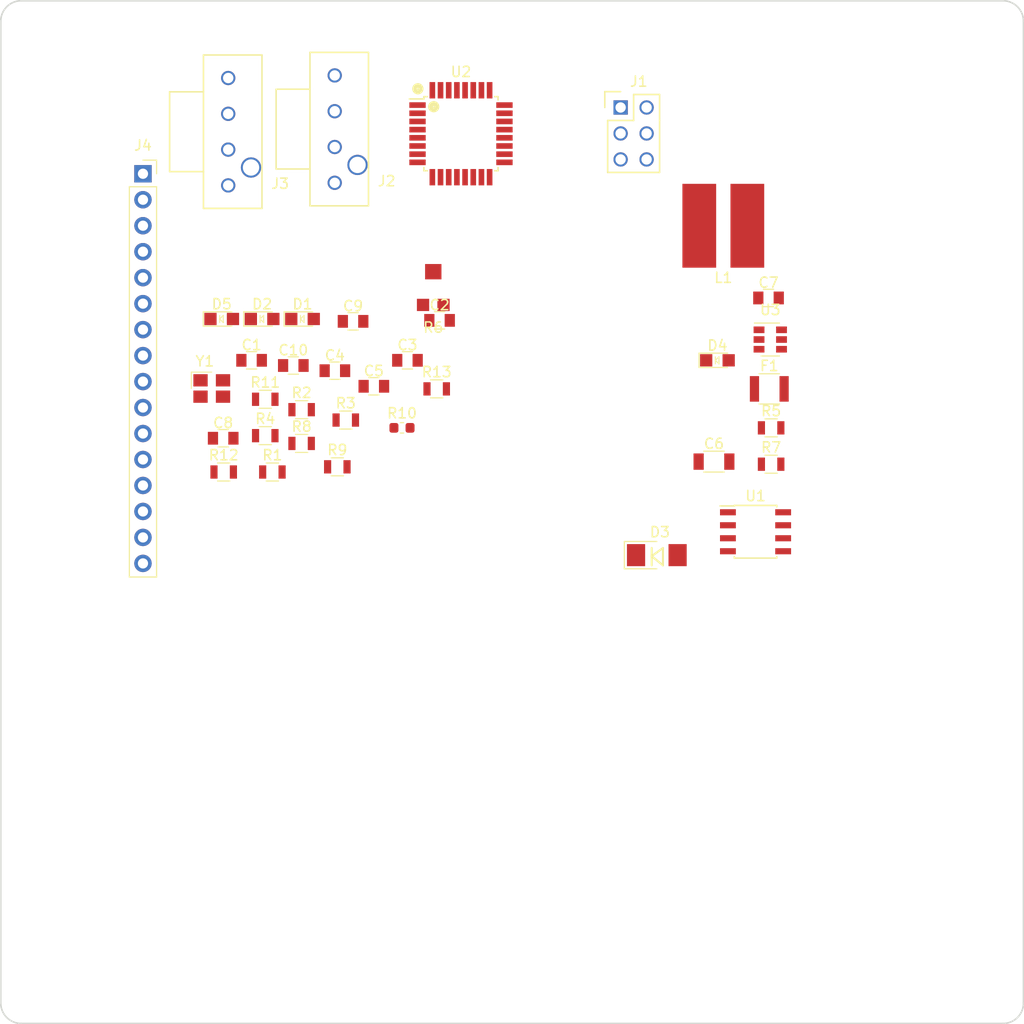
<source format=kicad_pcb>
(kicad_pcb (version 20171130) (host pcbnew 5.0.1-33cea8e~68~ubuntu18.04.1)

  (general
    (thickness 1.6)
    (drawings 8)
    (tracks 0)
    (zones 0)
    (modules 38)
    (nets 48)
  )

  (page A4)
  (layers
    (0 F.Cu signal)
    (31 B.Cu signal)
    (32 B.Adhes user)
    (33 F.Adhes user)
    (34 B.Paste user)
    (35 F.Paste user)
    (36 B.SilkS user)
    (37 F.SilkS user)
    (38 B.Mask user)
    (39 F.Mask user)
    (40 Dwgs.User user)
    (41 Cmts.User user)
    (42 Eco1.User user)
    (43 Eco2.User user)
    (44 Edge.Cuts user)
    (45 Margin user)
    (46 B.CrtYd user)
    (47 F.CrtYd user)
    (48 B.Fab user)
    (49 F.Fab user)
  )

  (setup
    (last_trace_width 0.25)
    (trace_clearance 0.2)
    (zone_clearance 0.508)
    (zone_45_only no)
    (trace_min 0.2)
    (segment_width 0.2)
    (edge_width 0.15)
    (via_size 0.8)
    (via_drill 0.4)
    (via_min_size 0.4)
    (via_min_drill 0.3)
    (uvia_size 0.3)
    (uvia_drill 0.1)
    (uvias_allowed no)
    (uvia_min_size 0.2)
    (uvia_min_drill 0.1)
    (pcb_text_width 0.3)
    (pcb_text_size 1.5 1.5)
    (mod_edge_width 0.15)
    (mod_text_size 1 1)
    (mod_text_width 0.15)
    (pad_size 1.524 1.524)
    (pad_drill 0.762)
    (pad_to_mask_clearance 0.051)
    (solder_mask_min_width 0.25)
    (aux_axis_origin 0 0)
    (visible_elements FFFFFF7F)
    (pcbplotparams
      (layerselection 0x010fc_ffffffff)
      (usegerberextensions false)
      (usegerberattributes false)
      (usegerberadvancedattributes false)
      (creategerberjobfile false)
      (excludeedgelayer true)
      (linewidth 0.100000)
      (plotframeref false)
      (viasonmask false)
      (mode 1)
      (useauxorigin false)
      (hpglpennumber 1)
      (hpglpenspeed 20)
      (hpglpendiameter 15.000000)
      (psnegative false)
      (psa4output false)
      (plotreference true)
      (plotvalue true)
      (plotinvisibletext false)
      (padsonsilk false)
      (subtractmaskfromsilk false)
      (outputformat 1)
      (mirror false)
      (drillshape 1)
      (scaleselection 1)
      (outputdirectory ""))
  )

  (net 0 "")
  (net 1 +5V)
  (net 2 GND)
  (net 3 "Net-(C2-Pad1)")
  (net 4 "Net-(C4-Pad1)")
  (net 5 "Net-(C5-Pad1)")
  (net 6 "Net-(C6-Pad1)")
  (net 7 "Net-(C7-Pad2)")
  (net 8 "Net-(C7-Pad1)")
  (net 9 "Net-(C10-Pad1)")
  (net 10 "Net-(D1-Pad2)")
  (net 11 "Net-(D2-Pad2)")
  (net 12 +12V)
  (net 13 "Net-(D4-Pad2)")
  (net 14 "Net-(D5-Pad2)")
  (net 15 /MISO)
  (net 16 /SCK)
  (net 17 /MOSI)
  (net 18 /RESET)
  (net 19 /CANL)
  (net 20 /CANH)
  (net 21 /IMD)
  (net 22 /AMS)
  (net 23 "Net-(J4-Pad3)")
  (net 24 /RS)
  (net 25 /R_W)
  (net 26 /E)
  (net 27 /DB0)
  (net 28 /DB1)
  (net 29 /DB2)
  (net 30 /DB3)
  (net 31 /DB4)
  (net 32 /DB5)
  (net 33 /DB6)
  (net 34 /DB7)
  (net 35 "Net-(J4-Pad15)")
  (net 36 "Net-(R2-Pad2)")
  (net 37 "Net-(R3-Pad2)")
  (net 38 "Net-(R7-Pad1)")
  (net 39 "Net-(R8-Pad1)")
  (net 40 /TXCAN)
  (net 41 /RXCAN)
  (net 42 "Net-(U1-Pad5)")
  (net 43 "Net-(U2-Pad3)")
  (net 44 "Net-(U2-Pad13)")
  (net 45 "Net-(U2-Pad17)")
  (net 46 "Net-(U2-Pad18)")
  (net 47 "Net-(U2-Pad21)")

  (net_class Default "This is the default net class."
    (clearance 0.2)
    (trace_width 0.25)
    (via_dia 0.8)
    (via_drill 0.4)
    (uvia_dia 0.3)
    (uvia_drill 0.1)
    (add_net +12V)
    (add_net +5V)
    (add_net /AMS)
    (add_net /CANH)
    (add_net /CANL)
    (add_net /DB0)
    (add_net /DB1)
    (add_net /DB2)
    (add_net /DB3)
    (add_net /DB4)
    (add_net /DB5)
    (add_net /DB6)
    (add_net /DB7)
    (add_net /E)
    (add_net /IMD)
    (add_net /MISO)
    (add_net /MOSI)
    (add_net /RESET)
    (add_net /RS)
    (add_net /RXCAN)
    (add_net /R_W)
    (add_net /SCK)
    (add_net /TXCAN)
    (add_net GND)
    (add_net "Net-(C10-Pad1)")
    (add_net "Net-(C2-Pad1)")
    (add_net "Net-(C4-Pad1)")
    (add_net "Net-(C5-Pad1)")
    (add_net "Net-(C6-Pad1)")
    (add_net "Net-(C7-Pad1)")
    (add_net "Net-(C7-Pad2)")
    (add_net "Net-(D1-Pad2)")
    (add_net "Net-(D2-Pad2)")
    (add_net "Net-(D4-Pad2)")
    (add_net "Net-(D5-Pad2)")
    (add_net "Net-(J4-Pad15)")
    (add_net "Net-(J4-Pad3)")
    (add_net "Net-(R2-Pad2)")
    (add_net "Net-(R3-Pad2)")
    (add_net "Net-(R7-Pad1)")
    (add_net "Net-(R8-Pad1)")
    (add_net "Net-(U1-Pad5)")
    (add_net "Net-(U2-Pad13)")
    (add_net "Net-(U2-Pad17)")
    (add_net "Net-(U2-Pad18)")
    (add_net "Net-(U2-Pad21)")
    (add_net "Net-(U2-Pad3)")
  )

  (module footprints:C_0805_OEM (layer F.Cu) (tedit 59F250E7) (tstamp 5C135054)
    (at 144.526 105.156)
    (descr "Capacitor SMD 0805, reflow soldering, AVX (see smccp.pdf)")
    (tags "capacitor 0805")
    (path /5BF03484)
    (attr smd)
    (fp_text reference C1 (at 0 -1.5) (layer F.SilkS)
      (effects (font (size 1 1) (thickness 0.15)))
    )
    (fp_text value C_0.1uF (at 0 1.75) (layer F.Fab) hide
      (effects (font (size 1 1) (thickness 0.15)))
    )
    (fp_line (start -1 0.62) (end -1 -0.62) (layer F.Fab) (width 0.1))
    (fp_line (start 1 0.62) (end -1 0.62) (layer F.Fab) (width 0.1))
    (fp_line (start 1 -0.62) (end 1 0.62) (layer F.Fab) (width 0.1))
    (fp_line (start -1 -0.62) (end 1 -0.62) (layer F.Fab) (width 0.1))
    (fp_line (start 0.5 -0.85) (end -0.5 -0.85) (layer F.SilkS) (width 0.12))
    (fp_line (start -0.5 0.85) (end 0.5 0.85) (layer F.SilkS) (width 0.12))
    (fp_line (start -1.75 -0.88) (end 1.75 -0.88) (layer F.CrtYd) (width 0.05))
    (fp_line (start -1.75 -0.88) (end -1.75 0.87) (layer F.CrtYd) (width 0.05))
    (fp_line (start 1.75 0.87) (end 1.75 -0.88) (layer F.CrtYd) (width 0.05))
    (fp_line (start 1.75 0.87) (end -1.75 0.87) (layer F.CrtYd) (width 0.05))
    (pad 1 smd rect (at -1 0) (size 1 1.25) (layers F.Cu F.Paste F.Mask)
      (net 1 +5V))
    (pad 2 smd rect (at 1 0) (size 1 1.25) (layers F.Cu F.Paste F.Mask)
      (net 2 GND))
    (model /home/josh/Formula/OEM_Preferred_Parts/3DModels/C_0805_OEM/C_0805.wrl
      (at (xyz 0 0 0))
      (scale (xyz 1 1 1))
      (rotate (xyz 0 0 0))
    )
  )

  (module footprints:C_0805_OEM (layer F.Cu) (tedit 59F250E7) (tstamp 5C135064)
    (at 162.905001 101.250001)
    (descr "Capacitor SMD 0805, reflow soldering, AVX (see smccp.pdf)")
    (tags "capacitor 0805")
    (path /5BF0781C)
    (attr smd)
    (fp_text reference C2 (at 0 -1.5) (layer F.SilkS)
      (effects (font (size 1 1) (thickness 0.15)))
    )
    (fp_text value C_100pF (at 0 1.75) (layer F.Fab) hide
      (effects (font (size 1 1) (thickness 0.15)))
    )
    (fp_line (start -1 0.62) (end -1 -0.62) (layer F.Fab) (width 0.1))
    (fp_line (start 1 0.62) (end -1 0.62) (layer F.Fab) (width 0.1))
    (fp_line (start 1 -0.62) (end 1 0.62) (layer F.Fab) (width 0.1))
    (fp_line (start -1 -0.62) (end 1 -0.62) (layer F.Fab) (width 0.1))
    (fp_line (start 0.5 -0.85) (end -0.5 -0.85) (layer F.SilkS) (width 0.12))
    (fp_line (start -0.5 0.85) (end 0.5 0.85) (layer F.SilkS) (width 0.12))
    (fp_line (start -1.75 -0.88) (end 1.75 -0.88) (layer F.CrtYd) (width 0.05))
    (fp_line (start -1.75 -0.88) (end -1.75 0.87) (layer F.CrtYd) (width 0.05))
    (fp_line (start 1.75 0.87) (end 1.75 -0.88) (layer F.CrtYd) (width 0.05))
    (fp_line (start 1.75 0.87) (end -1.75 0.87) (layer F.CrtYd) (width 0.05))
    (pad 1 smd rect (at -1 0) (size 1 1.25) (layers F.Cu F.Paste F.Mask)
      (net 3 "Net-(C2-Pad1)"))
    (pad 2 smd rect (at 1 0) (size 1 1.25) (layers F.Cu F.Paste F.Mask)
      (net 2 GND))
    (model /home/josh/Formula/OEM_Preferred_Parts/3DModels/C_0805_OEM/C_0805.wrl
      (at (xyz 0 0 0))
      (scale (xyz 1 1 1))
      (rotate (xyz 0 0 0))
    )
  )

  (module footprints:C_0805_OEM (layer F.Cu) (tedit 59F250E7) (tstamp 5C135074)
    (at 159.766 105.156)
    (descr "Capacitor SMD 0805, reflow soldering, AVX (see smccp.pdf)")
    (tags "capacitor 0805")
    (path /5BEE8B26)
    (attr smd)
    (fp_text reference C3 (at 0 -1.5) (layer F.SilkS)
      (effects (font (size 1 1) (thickness 0.15)))
    )
    (fp_text value C_0.1uF (at 0 1.75) (layer F.Fab) hide
      (effects (font (size 1 1) (thickness 0.15)))
    )
    (fp_line (start 1.75 0.87) (end -1.75 0.87) (layer F.CrtYd) (width 0.05))
    (fp_line (start 1.75 0.87) (end 1.75 -0.88) (layer F.CrtYd) (width 0.05))
    (fp_line (start -1.75 -0.88) (end -1.75 0.87) (layer F.CrtYd) (width 0.05))
    (fp_line (start -1.75 -0.88) (end 1.75 -0.88) (layer F.CrtYd) (width 0.05))
    (fp_line (start -0.5 0.85) (end 0.5 0.85) (layer F.SilkS) (width 0.12))
    (fp_line (start 0.5 -0.85) (end -0.5 -0.85) (layer F.SilkS) (width 0.12))
    (fp_line (start -1 -0.62) (end 1 -0.62) (layer F.Fab) (width 0.1))
    (fp_line (start 1 -0.62) (end 1 0.62) (layer F.Fab) (width 0.1))
    (fp_line (start 1 0.62) (end -1 0.62) (layer F.Fab) (width 0.1))
    (fp_line (start -1 0.62) (end -1 -0.62) (layer F.Fab) (width 0.1))
    (pad 2 smd rect (at 1 0) (size 1 1.25) (layers F.Cu F.Paste F.Mask)
      (net 2 GND))
    (pad 1 smd rect (at -1 0) (size 1 1.25) (layers F.Cu F.Paste F.Mask)
      (net 1 +5V))
    (model /home/josh/Formula/OEM_Preferred_Parts/3DModels/C_0805_OEM/C_0805.wrl
      (at (xyz 0 0 0))
      (scale (xyz 1 1 1))
      (rotate (xyz 0 0 0))
    )
  )

  (module footprints:C_0805_OEM (layer F.Cu) (tedit 59F250E7) (tstamp 5C135084)
    (at 152.67 106.172)
    (descr "Capacitor SMD 0805, reflow soldering, AVX (see smccp.pdf)")
    (tags "capacitor 0805")
    (path /5BF10B61)
    (attr smd)
    (fp_text reference C4 (at 0 -1.5) (layer F.SilkS)
      (effects (font (size 1 1) (thickness 0.15)))
    )
    (fp_text value C_30pF (at 0 1.75) (layer F.Fab) hide
      (effects (font (size 1 1) (thickness 0.15)))
    )
    (fp_line (start 1.75 0.87) (end -1.75 0.87) (layer F.CrtYd) (width 0.05))
    (fp_line (start 1.75 0.87) (end 1.75 -0.88) (layer F.CrtYd) (width 0.05))
    (fp_line (start -1.75 -0.88) (end -1.75 0.87) (layer F.CrtYd) (width 0.05))
    (fp_line (start -1.75 -0.88) (end 1.75 -0.88) (layer F.CrtYd) (width 0.05))
    (fp_line (start -0.5 0.85) (end 0.5 0.85) (layer F.SilkS) (width 0.12))
    (fp_line (start 0.5 -0.85) (end -0.5 -0.85) (layer F.SilkS) (width 0.12))
    (fp_line (start -1 -0.62) (end 1 -0.62) (layer F.Fab) (width 0.1))
    (fp_line (start 1 -0.62) (end 1 0.62) (layer F.Fab) (width 0.1))
    (fp_line (start 1 0.62) (end -1 0.62) (layer F.Fab) (width 0.1))
    (fp_line (start -1 0.62) (end -1 -0.62) (layer F.Fab) (width 0.1))
    (pad 2 smd rect (at 1 0) (size 1 1.25) (layers F.Cu F.Paste F.Mask)
      (net 2 GND))
    (pad 1 smd rect (at -1 0) (size 1 1.25) (layers F.Cu F.Paste F.Mask)
      (net 4 "Net-(C4-Pad1)"))
    (model /home/josh/Formula/OEM_Preferred_Parts/3DModels/C_0805_OEM/C_0805.wrl
      (at (xyz 0 0 0))
      (scale (xyz 1 1 1))
      (rotate (xyz 0 0 0))
    )
  )

  (module footprints:C_0805_OEM (layer F.Cu) (tedit 59F250E7) (tstamp 5C1359C6)
    (at 156.48 107.696)
    (descr "Capacitor SMD 0805, reflow soldering, AVX (see smccp.pdf)")
    (tags "capacitor 0805")
    (path /5BF10D7A)
    (attr smd)
    (fp_text reference C5 (at 0 -1.5) (layer F.SilkS)
      (effects (font (size 1 1) (thickness 0.15)))
    )
    (fp_text value C_30pF (at 0 1.75) (layer F.Fab) hide
      (effects (font (size 1 1) (thickness 0.15)))
    )
    (fp_line (start -1 0.62) (end -1 -0.62) (layer F.Fab) (width 0.1))
    (fp_line (start 1 0.62) (end -1 0.62) (layer F.Fab) (width 0.1))
    (fp_line (start 1 -0.62) (end 1 0.62) (layer F.Fab) (width 0.1))
    (fp_line (start -1 -0.62) (end 1 -0.62) (layer F.Fab) (width 0.1))
    (fp_line (start 0.5 -0.85) (end -0.5 -0.85) (layer F.SilkS) (width 0.12))
    (fp_line (start -0.5 0.85) (end 0.5 0.85) (layer F.SilkS) (width 0.12))
    (fp_line (start -1.75 -0.88) (end 1.75 -0.88) (layer F.CrtYd) (width 0.05))
    (fp_line (start -1.75 -0.88) (end -1.75 0.87) (layer F.CrtYd) (width 0.05))
    (fp_line (start 1.75 0.87) (end 1.75 -0.88) (layer F.CrtYd) (width 0.05))
    (fp_line (start 1.75 0.87) (end -1.75 0.87) (layer F.CrtYd) (width 0.05))
    (pad 1 smd rect (at -1 0) (size 1 1.25) (layers F.Cu F.Paste F.Mask)
      (net 5 "Net-(C5-Pad1)"))
    (pad 2 smd rect (at 1 0) (size 1 1.25) (layers F.Cu F.Paste F.Mask)
      (net 2 GND))
    (model /home/josh/Formula/OEM_Preferred_Parts/3DModels/C_0805_OEM/C_0805.wrl
      (at (xyz 0 0 0))
      (scale (xyz 1 1 1))
      (rotate (xyz 0 0 0))
    )
  )

  (module footprints:C_1206_OEM (layer F.Cu) (tedit 59F253AA) (tstamp 5C1350A4)
    (at 189.738 115.062)
    (descr "Capacitor SMD 1206, reflow soldering, AVX (see smccp.pdf)")
    (tags "capacitor 1206")
    (path /5BE50D67)
    (attr smd)
    (fp_text reference C6 (at 0 -1.75) (layer F.SilkS)
      (effects (font (size 1 1) (thickness 0.15)))
    )
    (fp_text value C_22uF (at 0 2) (layer F.Fab) hide
      (effects (font (size 1 1) (thickness 0.15)))
    )
    (fp_line (start -1.6 0.8) (end -1.6 -0.8) (layer F.Fab) (width 0.1))
    (fp_line (start 1.6 0.8) (end -1.6 0.8) (layer F.Fab) (width 0.1))
    (fp_line (start 1.6 -0.8) (end 1.6 0.8) (layer F.Fab) (width 0.1))
    (fp_line (start -1.6 -0.8) (end 1.6 -0.8) (layer F.Fab) (width 0.1))
    (fp_line (start 1 -1.02) (end -1 -1.02) (layer F.SilkS) (width 0.12))
    (fp_line (start -1 1.02) (end 1 1.02) (layer F.SilkS) (width 0.12))
    (fp_line (start -2.25 -1.05) (end 2.25 -1.05) (layer F.CrtYd) (width 0.05))
    (fp_line (start -2.25 -1.05) (end -2.25 1.05) (layer F.CrtYd) (width 0.05))
    (fp_line (start 2.25 1.05) (end 2.25 -1.05) (layer F.CrtYd) (width 0.05))
    (fp_line (start 2.25 1.05) (end -2.25 1.05) (layer F.CrtYd) (width 0.05))
    (pad 1 smd rect (at -1.5 0) (size 1 1.6) (layers F.Cu F.Paste F.Mask)
      (net 6 "Net-(C6-Pad1)"))
    (pad 2 smd rect (at 1.5 0) (size 1 1.6) (layers F.Cu F.Paste F.Mask)
      (net 2 GND))
    (model Capacitors_SMD.3dshapes/C_1206.wrl
      (at (xyz 0 0 0))
      (scale (xyz 1 1 1))
      (rotate (xyz 0 0 0))
    )
  )

  (module footprints:C_0805_OEM (layer F.Cu) (tedit 59F250E7) (tstamp 5C1350B4)
    (at 195.072 99.06)
    (descr "Capacitor SMD 0805, reflow soldering, AVX (see smccp.pdf)")
    (tags "capacitor 0805")
    (path /5BE53EBC)
    (attr smd)
    (fp_text reference C7 (at 0 -1.5) (layer F.SilkS)
      (effects (font (size 1 1) (thickness 0.15)))
    )
    (fp_text value C_0.1uF (at 0 1.75) (layer F.Fab) hide
      (effects (font (size 1 1) (thickness 0.15)))
    )
    (fp_line (start 1.75 0.87) (end -1.75 0.87) (layer F.CrtYd) (width 0.05))
    (fp_line (start 1.75 0.87) (end 1.75 -0.88) (layer F.CrtYd) (width 0.05))
    (fp_line (start -1.75 -0.88) (end -1.75 0.87) (layer F.CrtYd) (width 0.05))
    (fp_line (start -1.75 -0.88) (end 1.75 -0.88) (layer F.CrtYd) (width 0.05))
    (fp_line (start -0.5 0.85) (end 0.5 0.85) (layer F.SilkS) (width 0.12))
    (fp_line (start 0.5 -0.85) (end -0.5 -0.85) (layer F.SilkS) (width 0.12))
    (fp_line (start -1 -0.62) (end 1 -0.62) (layer F.Fab) (width 0.1))
    (fp_line (start 1 -0.62) (end 1 0.62) (layer F.Fab) (width 0.1))
    (fp_line (start 1 0.62) (end -1 0.62) (layer F.Fab) (width 0.1))
    (fp_line (start -1 0.62) (end -1 -0.62) (layer F.Fab) (width 0.1))
    (pad 2 smd rect (at 1 0) (size 1 1.25) (layers F.Cu F.Paste F.Mask)
      (net 7 "Net-(C7-Pad2)"))
    (pad 1 smd rect (at -1 0) (size 1 1.25) (layers F.Cu F.Paste F.Mask)
      (net 8 "Net-(C7-Pad1)"))
    (model /home/josh/Formula/OEM_Preferred_Parts/3DModels/C_0805_OEM/C_0805.wrl
      (at (xyz 0 0 0))
      (scale (xyz 1 1 1))
      (rotate (xyz 0 0 0))
    )
  )

  (module footprints:C_0805_OEM (layer F.Cu) (tedit 59F250E7) (tstamp 5C1350C4)
    (at 141.748 112.776)
    (descr "Capacitor SMD 0805, reflow soldering, AVX (see smccp.pdf)")
    (tags "capacitor 0805")
    (path /5BE5458B)
    (attr smd)
    (fp_text reference C8 (at 0 -1.5) (layer F.SilkS)
      (effects (font (size 1 1) (thickness 0.15)))
    )
    (fp_text value C_0.1uF (at 0 1.75) (layer F.Fab) hide
      (effects (font (size 1 1) (thickness 0.15)))
    )
    (fp_line (start 1.75 0.87) (end -1.75 0.87) (layer F.CrtYd) (width 0.05))
    (fp_line (start 1.75 0.87) (end 1.75 -0.88) (layer F.CrtYd) (width 0.05))
    (fp_line (start -1.75 -0.88) (end -1.75 0.87) (layer F.CrtYd) (width 0.05))
    (fp_line (start -1.75 -0.88) (end 1.75 -0.88) (layer F.CrtYd) (width 0.05))
    (fp_line (start -0.5 0.85) (end 0.5 0.85) (layer F.SilkS) (width 0.12))
    (fp_line (start 0.5 -0.85) (end -0.5 -0.85) (layer F.SilkS) (width 0.12))
    (fp_line (start -1 -0.62) (end 1 -0.62) (layer F.Fab) (width 0.1))
    (fp_line (start 1 -0.62) (end 1 0.62) (layer F.Fab) (width 0.1))
    (fp_line (start 1 0.62) (end -1 0.62) (layer F.Fab) (width 0.1))
    (fp_line (start -1 0.62) (end -1 -0.62) (layer F.Fab) (width 0.1))
    (pad 2 smd rect (at 1 0) (size 1 1.25) (layers F.Cu F.Paste F.Mask)
      (net 2 GND))
    (pad 1 smd rect (at -1 0) (size 1 1.25) (layers F.Cu F.Paste F.Mask)
      (net 9 "Net-(C10-Pad1)"))
    (model /home/josh/Formula/OEM_Preferred_Parts/3DModels/C_0805_OEM/C_0805.wrl
      (at (xyz 0 0 0))
      (scale (xyz 1 1 1))
      (rotate (xyz 0 0 0))
    )
  )

  (module footprints:C_0805_OEM (layer F.Cu) (tedit 59F250E7) (tstamp 5C1350D4)
    (at 154.448 101.346)
    (descr "Capacitor SMD 0805, reflow soldering, AVX (see smccp.pdf)")
    (tags "capacitor 0805")
    (path /5BE5485D)
    (attr smd)
    (fp_text reference C9 (at 0 -1.5) (layer F.SilkS)
      (effects (font (size 1 1) (thickness 0.15)))
    )
    (fp_text value C_1uF (at 0 1.75) (layer F.Fab) hide
      (effects (font (size 1 1) (thickness 0.15)))
    )
    (fp_line (start -1 0.62) (end -1 -0.62) (layer F.Fab) (width 0.1))
    (fp_line (start 1 0.62) (end -1 0.62) (layer F.Fab) (width 0.1))
    (fp_line (start 1 -0.62) (end 1 0.62) (layer F.Fab) (width 0.1))
    (fp_line (start -1 -0.62) (end 1 -0.62) (layer F.Fab) (width 0.1))
    (fp_line (start 0.5 -0.85) (end -0.5 -0.85) (layer F.SilkS) (width 0.12))
    (fp_line (start -0.5 0.85) (end 0.5 0.85) (layer F.SilkS) (width 0.12))
    (fp_line (start -1.75 -0.88) (end 1.75 -0.88) (layer F.CrtYd) (width 0.05))
    (fp_line (start -1.75 -0.88) (end -1.75 0.87) (layer F.CrtYd) (width 0.05))
    (fp_line (start 1.75 0.87) (end 1.75 -0.88) (layer F.CrtYd) (width 0.05))
    (fp_line (start 1.75 0.87) (end -1.75 0.87) (layer F.CrtYd) (width 0.05))
    (pad 1 smd rect (at -1 0) (size 1 1.25) (layers F.Cu F.Paste F.Mask)
      (net 9 "Net-(C10-Pad1)"))
    (pad 2 smd rect (at 1 0) (size 1 1.25) (layers F.Cu F.Paste F.Mask)
      (net 2 GND))
    (model /home/josh/Formula/OEM_Preferred_Parts/3DModels/C_0805_OEM/C_0805.wrl
      (at (xyz 0 0 0))
      (scale (xyz 1 1 1))
      (rotate (xyz 0 0 0))
    )
  )

  (module footprints:C_0805_OEM (layer F.Cu) (tedit 59F250E7) (tstamp 5C1350E4)
    (at 148.606 105.664)
    (descr "Capacitor SMD 0805, reflow soldering, AVX (see smccp.pdf)")
    (tags "capacitor 0805")
    (path /5BE54B65)
    (attr smd)
    (fp_text reference C10 (at 0 -1.5) (layer F.SilkS)
      (effects (font (size 1 1) (thickness 0.15)))
    )
    (fp_text value C_47uF (at 0 1.75) (layer F.Fab) hide
      (effects (font (size 1 1) (thickness 0.15)))
    )
    (fp_line (start -1 0.62) (end -1 -0.62) (layer F.Fab) (width 0.1))
    (fp_line (start 1 0.62) (end -1 0.62) (layer F.Fab) (width 0.1))
    (fp_line (start 1 -0.62) (end 1 0.62) (layer F.Fab) (width 0.1))
    (fp_line (start -1 -0.62) (end 1 -0.62) (layer F.Fab) (width 0.1))
    (fp_line (start 0.5 -0.85) (end -0.5 -0.85) (layer F.SilkS) (width 0.12))
    (fp_line (start -0.5 0.85) (end 0.5 0.85) (layer F.SilkS) (width 0.12))
    (fp_line (start -1.75 -0.88) (end 1.75 -0.88) (layer F.CrtYd) (width 0.05))
    (fp_line (start -1.75 -0.88) (end -1.75 0.87) (layer F.CrtYd) (width 0.05))
    (fp_line (start 1.75 0.87) (end 1.75 -0.88) (layer F.CrtYd) (width 0.05))
    (fp_line (start 1.75 0.87) (end -1.75 0.87) (layer F.CrtYd) (width 0.05))
    (pad 1 smd rect (at -1 0) (size 1 1.25) (layers F.Cu F.Paste F.Mask)
      (net 9 "Net-(C10-Pad1)"))
    (pad 2 smd rect (at 1 0) (size 1 1.25) (layers F.Cu F.Paste F.Mask)
      (net 2 GND))
    (model /home/josh/Formula/OEM_Preferred_Parts/3DModels/C_0805_OEM/C_0805.wrl
      (at (xyz 0 0 0))
      (scale (xyz 1 1 1))
      (rotate (xyz 0 0 0))
    )
  )

  (module footprints:LED_0805_OEM (layer F.Cu) (tedit 5A5B129D) (tstamp 5C1350FD)
    (at 149.505001 101.115001)
    (descr "LED 0805 smd package")
    (tags "LED led 0805 SMD smd SMT smt smdled SMDLED smtled SMTLED")
    (path /5BEF0EC3)
    (attr smd)
    (fp_text reference D1 (at 0 -1.45) (layer F.SilkS)
      (effects (font (size 1 1) (thickness 0.15)))
    )
    (fp_text value LED_0805 (at 0.508 2.032) (layer F.Fab) hide
      (effects (font (size 1 1) (thickness 0.15)))
    )
    (fp_line (start -1.95 -0.85) (end 1.95 -0.85) (layer F.CrtYd) (width 0.05))
    (fp_line (start -1.95 0.85) (end -1.95 -0.85) (layer F.CrtYd) (width 0.05))
    (fp_line (start 1.95 0.85) (end -1.95 0.85) (layer F.CrtYd) (width 0.05))
    (fp_line (start 1.95 -0.85) (end 1.95 0.85) (layer F.CrtYd) (width 0.05))
    (fp_line (start -1.8 -0.7) (end 1 -0.7) (layer F.SilkS) (width 0.12))
    (fp_line (start -1.8 0.7) (end 1 0.7) (layer F.SilkS) (width 0.12))
    (fp_line (start -1 0.6) (end -1 -0.6) (layer F.Fab) (width 0.1))
    (fp_line (start -1 -0.6) (end 1 -0.6) (layer F.Fab) (width 0.1))
    (fp_line (start 1 -0.6) (end 1 0.6) (layer F.Fab) (width 0.1))
    (fp_line (start 1 0.6) (end -1 0.6) (layer F.Fab) (width 0.1))
    (fp_line (start -1.8 -0.7) (end -1.8 0.7) (layer F.SilkS) (width 0.12))
    (fp_line (start -0.2 0) (end 0.1 -0.3) (layer F.SilkS) (width 0.1))
    (fp_line (start 0.1 -0.3) (end 0.15 -0.35) (layer F.SilkS) (width 0.1))
    (fp_line (start 0.15 -0.35) (end 0.15 0.3) (layer F.SilkS) (width 0.1))
    (fp_line (start 0.15 0.35) (end 0.15 0.3) (layer F.SilkS) (width 0.1))
    (fp_line (start 0.15 0.3) (end 0.15 0.35) (layer F.SilkS) (width 0.1))
    (fp_line (start 0.15 0.35) (end -0.2 0) (layer F.SilkS) (width 0.1))
    (fp_line (start -0.2 0) (end -0.2 -0.35) (layer F.SilkS) (width 0.1))
    (fp_line (start -0.2 0.35) (end -0.2 0) (layer F.SilkS) (width 0.1))
    (pad 1 smd rect (at -1.1 0 180) (size 1.2 1.2) (layers F.Cu F.Paste F.Mask)
      (net 2 GND))
    (pad 2 smd rect (at 1.1 0 180) (size 1.2 1.2) (layers F.Cu F.Paste F.Mask)
      (net 10 "Net-(D1-Pad2)"))
    (model "/home/josh/Formula/OEM_Preferred_Parts/3DModels/LED_0805/LED 0805 Base GREEN001_sp.wrl"
      (at (xyz 0 0 0))
      (scale (xyz 1 1 1))
      (rotate (xyz 0 0 180))
    )
  )

  (module footprints:LED_0805_OEM (layer F.Cu) (tedit 5A5B129D) (tstamp 5C135116)
    (at 145.555001 101.115001)
    (descr "LED 0805 smd package")
    (tags "LED led 0805 SMD smd SMT smt smdled SMDLED smtled SMTLED")
    (path /5BEF1C88)
    (attr smd)
    (fp_text reference D2 (at 0 -1.45) (layer F.SilkS)
      (effects (font (size 1 1) (thickness 0.15)))
    )
    (fp_text value LED_0805 (at 0.508 2.032) (layer F.Fab) hide
      (effects (font (size 1 1) (thickness 0.15)))
    )
    (fp_line (start -0.2 0.35) (end -0.2 0) (layer F.SilkS) (width 0.1))
    (fp_line (start -0.2 0) (end -0.2 -0.35) (layer F.SilkS) (width 0.1))
    (fp_line (start 0.15 0.35) (end -0.2 0) (layer F.SilkS) (width 0.1))
    (fp_line (start 0.15 0.3) (end 0.15 0.35) (layer F.SilkS) (width 0.1))
    (fp_line (start 0.15 0.35) (end 0.15 0.3) (layer F.SilkS) (width 0.1))
    (fp_line (start 0.15 -0.35) (end 0.15 0.3) (layer F.SilkS) (width 0.1))
    (fp_line (start 0.1 -0.3) (end 0.15 -0.35) (layer F.SilkS) (width 0.1))
    (fp_line (start -0.2 0) (end 0.1 -0.3) (layer F.SilkS) (width 0.1))
    (fp_line (start -1.8 -0.7) (end -1.8 0.7) (layer F.SilkS) (width 0.12))
    (fp_line (start 1 0.6) (end -1 0.6) (layer F.Fab) (width 0.1))
    (fp_line (start 1 -0.6) (end 1 0.6) (layer F.Fab) (width 0.1))
    (fp_line (start -1 -0.6) (end 1 -0.6) (layer F.Fab) (width 0.1))
    (fp_line (start -1 0.6) (end -1 -0.6) (layer F.Fab) (width 0.1))
    (fp_line (start -1.8 0.7) (end 1 0.7) (layer F.SilkS) (width 0.12))
    (fp_line (start -1.8 -0.7) (end 1 -0.7) (layer F.SilkS) (width 0.12))
    (fp_line (start 1.95 -0.85) (end 1.95 0.85) (layer F.CrtYd) (width 0.05))
    (fp_line (start 1.95 0.85) (end -1.95 0.85) (layer F.CrtYd) (width 0.05))
    (fp_line (start -1.95 0.85) (end -1.95 -0.85) (layer F.CrtYd) (width 0.05))
    (fp_line (start -1.95 -0.85) (end 1.95 -0.85) (layer F.CrtYd) (width 0.05))
    (pad 2 smd rect (at 1.1 0 180) (size 1.2 1.2) (layers F.Cu F.Paste F.Mask)
      (net 11 "Net-(D2-Pad2)"))
    (pad 1 smd rect (at -1.1 0 180) (size 1.2 1.2) (layers F.Cu F.Paste F.Mask)
      (net 2 GND))
    (model "/home/josh/Formula/OEM_Preferred_Parts/3DModels/LED_0805/LED 0805 Base GREEN001_sp.wrl"
      (at (xyz 0 0 0))
      (scale (xyz 1 1 1))
      (rotate (xyz 0 0 180))
    )
  )

  (module footprints:DO-214AA (layer F.Cu) (tedit 5A59FDFB) (tstamp 5C13512B)
    (at 184.15 124.206)
    (descr "http://www.diodes.com/datasheets/ap02001.pdf p.144")
    (tags "Diode SOD523")
    (path /5BE52331)
    (attr smd)
    (fp_text reference D3 (at 0.3 -2.25) (layer F.SilkS)
      (effects (font (size 1 1) (thickness 0.15)))
    )
    (fp_text value D_Zener_18V (at 0 2.286) (layer F.Fab) hide
      (effects (font (size 1 1) (thickness 0.15)))
    )
    (fp_line (start 0.6 1) (end -0.5 0.1) (layer F.SilkS) (width 0.2))
    (fp_line (start 0.6 -0.7) (end 0.6 1) (layer F.SilkS) (width 0.2))
    (fp_line (start -0.5 0.1) (end 0.6 -0.7) (layer F.SilkS) (width 0.2))
    (fp_line (start -0.5 -0.7) (end -0.5 1) (layer F.SilkS) (width 0.2))
    (fp_line (start -3.175 -1.3335) (end -3.175 1.3335) (layer F.SilkS) (width 0.12))
    (fp_line (start 3.302 -1.4605) (end 3.302 1.4605) (layer F.CrtYd) (width 0.05))
    (fp_line (start -3.302 -1.4605) (end 3.302 -1.4605) (layer F.CrtYd) (width 0.05))
    (fp_line (start -3.302 -1.4605) (end -3.302 1.4605) (layer F.CrtYd) (width 0.05))
    (fp_line (start -3.302 1.4605) (end 3.302 1.4605) (layer F.CrtYd) (width 0.05))
    (fp_line (start 2.3749 -1.9685) (end 2.3749 1.9685) (layer F.Fab) (width 0.1))
    (fp_line (start -2.3749 -1.9685) (end 2.3749 -1.9685) (layer F.Fab) (width 0.1))
    (fp_line (start -2.3749 -1.9685) (end -2.3749 1.9685) (layer F.Fab) (width 0.1))
    (fp_line (start 2.3749 1.9685) (end -2.3749 1.9685) (layer F.Fab) (width 0.1))
    (fp_line (start -3.175 1.3335) (end 0 1.3335) (layer F.SilkS) (width 0.12))
    (fp_line (start -3.175 -1.3335) (end 0 -1.3335) (layer F.SilkS) (width 0.12))
    (pad 2 smd rect (at 2.032 0 180) (size 1.778 2.159) (layers F.Cu F.Paste F.Mask)
      (net 2 GND))
    (pad 1 smd rect (at -2.032 0 180) (size 1.778 2.159) (layers F.Cu F.Paste F.Mask)
      (net 12 +12V))
    (model /home/josh/Formula/OEM_Preferred_Parts/3DModels/DO_214AA_OEM/DO_214AA.wrl
      (at (xyz 0 0 0))
      (scale (xyz 1 1 1))
      (rotate (xyz 0 0 0))
    )
  )

  (module footprints:LED_0805_OEM (layer F.Cu) (tedit 5A5B129D) (tstamp 5C135144)
    (at 190.076 105.156)
    (descr "LED 0805 smd package")
    (tags "LED led 0805 SMD smd SMT smt smdled SMDLED smtled SMTLED")
    (path /5BE5132C)
    (attr smd)
    (fp_text reference D4 (at 0 -1.45) (layer F.SilkS)
      (effects (font (size 1 1) (thickness 0.15)))
    )
    (fp_text value LED_0805 (at 0.508 2.032) (layer F.Fab) hide
      (effects (font (size 1 1) (thickness 0.15)))
    )
    (fp_line (start -1.95 -0.85) (end 1.95 -0.85) (layer F.CrtYd) (width 0.05))
    (fp_line (start -1.95 0.85) (end -1.95 -0.85) (layer F.CrtYd) (width 0.05))
    (fp_line (start 1.95 0.85) (end -1.95 0.85) (layer F.CrtYd) (width 0.05))
    (fp_line (start 1.95 -0.85) (end 1.95 0.85) (layer F.CrtYd) (width 0.05))
    (fp_line (start -1.8 -0.7) (end 1 -0.7) (layer F.SilkS) (width 0.12))
    (fp_line (start -1.8 0.7) (end 1 0.7) (layer F.SilkS) (width 0.12))
    (fp_line (start -1 0.6) (end -1 -0.6) (layer F.Fab) (width 0.1))
    (fp_line (start -1 -0.6) (end 1 -0.6) (layer F.Fab) (width 0.1))
    (fp_line (start 1 -0.6) (end 1 0.6) (layer F.Fab) (width 0.1))
    (fp_line (start 1 0.6) (end -1 0.6) (layer F.Fab) (width 0.1))
    (fp_line (start -1.8 -0.7) (end -1.8 0.7) (layer F.SilkS) (width 0.12))
    (fp_line (start -0.2 0) (end 0.1 -0.3) (layer F.SilkS) (width 0.1))
    (fp_line (start 0.1 -0.3) (end 0.15 -0.35) (layer F.SilkS) (width 0.1))
    (fp_line (start 0.15 -0.35) (end 0.15 0.3) (layer F.SilkS) (width 0.1))
    (fp_line (start 0.15 0.35) (end 0.15 0.3) (layer F.SilkS) (width 0.1))
    (fp_line (start 0.15 0.3) (end 0.15 0.35) (layer F.SilkS) (width 0.1))
    (fp_line (start 0.15 0.35) (end -0.2 0) (layer F.SilkS) (width 0.1))
    (fp_line (start -0.2 0) (end -0.2 -0.35) (layer F.SilkS) (width 0.1))
    (fp_line (start -0.2 0.35) (end -0.2 0) (layer F.SilkS) (width 0.1))
    (pad 1 smd rect (at -1.1 0 180) (size 1.2 1.2) (layers F.Cu F.Paste F.Mask)
      (net 2 GND))
    (pad 2 smd rect (at 1.1 0 180) (size 1.2 1.2) (layers F.Cu F.Paste F.Mask)
      (net 13 "Net-(D4-Pad2)"))
    (model "/home/josh/Formula/OEM_Preferred_Parts/3DModels/LED_0805/LED 0805 Base GREEN001_sp.wrl"
      (at (xyz 0 0 0))
      (scale (xyz 1 1 1))
      (rotate (xyz 0 0 180))
    )
  )

  (module footprints:LED_0805_OEM (layer F.Cu) (tedit 5A5B129D) (tstamp 5C13515D)
    (at 141.605001 101.115001)
    (descr "LED 0805 smd package")
    (tags "LED led 0805 SMD smd SMT smt smdled SMDLED smtled SMTLED")
    (path /5BE564BF)
    (attr smd)
    (fp_text reference D5 (at 0 -1.45) (layer F.SilkS)
      (effects (font (size 1 1) (thickness 0.15)))
    )
    (fp_text value LED_0805 (at 0.508 2.032) (layer F.Fab) hide
      (effects (font (size 1 1) (thickness 0.15)))
    )
    (fp_line (start -0.2 0.35) (end -0.2 0) (layer F.SilkS) (width 0.1))
    (fp_line (start -0.2 0) (end -0.2 -0.35) (layer F.SilkS) (width 0.1))
    (fp_line (start 0.15 0.35) (end -0.2 0) (layer F.SilkS) (width 0.1))
    (fp_line (start 0.15 0.3) (end 0.15 0.35) (layer F.SilkS) (width 0.1))
    (fp_line (start 0.15 0.35) (end 0.15 0.3) (layer F.SilkS) (width 0.1))
    (fp_line (start 0.15 -0.35) (end 0.15 0.3) (layer F.SilkS) (width 0.1))
    (fp_line (start 0.1 -0.3) (end 0.15 -0.35) (layer F.SilkS) (width 0.1))
    (fp_line (start -0.2 0) (end 0.1 -0.3) (layer F.SilkS) (width 0.1))
    (fp_line (start -1.8 -0.7) (end -1.8 0.7) (layer F.SilkS) (width 0.12))
    (fp_line (start 1 0.6) (end -1 0.6) (layer F.Fab) (width 0.1))
    (fp_line (start 1 -0.6) (end 1 0.6) (layer F.Fab) (width 0.1))
    (fp_line (start -1 -0.6) (end 1 -0.6) (layer F.Fab) (width 0.1))
    (fp_line (start -1 0.6) (end -1 -0.6) (layer F.Fab) (width 0.1))
    (fp_line (start -1.8 0.7) (end 1 0.7) (layer F.SilkS) (width 0.12))
    (fp_line (start -1.8 -0.7) (end 1 -0.7) (layer F.SilkS) (width 0.12))
    (fp_line (start 1.95 -0.85) (end 1.95 0.85) (layer F.CrtYd) (width 0.05))
    (fp_line (start 1.95 0.85) (end -1.95 0.85) (layer F.CrtYd) (width 0.05))
    (fp_line (start -1.95 0.85) (end -1.95 -0.85) (layer F.CrtYd) (width 0.05))
    (fp_line (start -1.95 -0.85) (end 1.95 -0.85) (layer F.CrtYd) (width 0.05))
    (pad 2 smd rect (at 1.1 0 180) (size 1.2 1.2) (layers F.Cu F.Paste F.Mask)
      (net 14 "Net-(D5-Pad2)"))
    (pad 1 smd rect (at -1.1 0 180) (size 1.2 1.2) (layers F.Cu F.Paste F.Mask)
      (net 2 GND))
    (model "/home/josh/Formula/OEM_Preferred_Parts/3DModels/LED_0805/LED 0805 Base GREEN001_sp.wrl"
      (at (xyz 0 0 0))
      (scale (xyz 1 1 1))
      (rotate (xyz 0 0 180))
    )
  )

  (module footprints:Fuse_1210 (layer F.Cu) (tedit 59F24A11) (tstamp 5C13516D)
    (at 195.146 107.95)
    (descr "Resistor SMD 1210, reflow soldering, Vishay (see dcrcw.pdf)")
    (tags "resistor 1210")
    (path /5BE52197)
    (attr smd)
    (fp_text reference F1 (at 0 -2.25) (layer F.SilkS)
      (effects (font (size 1 1) (thickness 0.15)))
    )
    (fp_text value F_500mA_16V (at 0 2.4) (layer F.Fab) hide
      (effects (font (size 1 1) (thickness 0.15)))
    )
    (fp_line (start -1.6 1.25) (end -1.6 -1.25) (layer F.Fab) (width 0.1))
    (fp_line (start 1.6 1.25) (end -1.6 1.25) (layer F.Fab) (width 0.1))
    (fp_line (start 1.6 -1.25) (end 1.6 1.25) (layer F.Fab) (width 0.1))
    (fp_line (start -1.6 -1.25) (end 1.6 -1.25) (layer F.Fab) (width 0.1))
    (fp_line (start 1 1.48) (end -1 1.48) (layer F.SilkS) (width 0.12))
    (fp_line (start -1 -1.48) (end 1 -1.48) (layer F.SilkS) (width 0.12))
    (fp_line (start -2.15 -1.5) (end 2.15 -1.5) (layer F.CrtYd) (width 0.05))
    (fp_line (start -2.15 -1.5) (end -2.15 1.5) (layer F.CrtYd) (width 0.05))
    (fp_line (start 2.15 1.5) (end 2.15 -1.5) (layer F.CrtYd) (width 0.05))
    (fp_line (start 2.15 1.5) (end -2.15 1.5) (layer F.CrtYd) (width 0.05))
    (pad 1 smd rect (at -1.45 0) (size 0.9 2.5) (layers F.Cu F.Paste F.Mask)
      (net 12 +12V))
    (pad 2 smd rect (at 1.45 0) (size 0.9 2.5) (layers F.Cu F.Paste F.Mask)
      (net 6 "Net-(C6-Pad1)"))
    (model /home/josh/Formula/OEM_Preferred_Parts/3DModels/Fuse_1210_OEM/Fuse1210.wrl
      (at (xyz 0 0 0))
      (scale (xyz 1 1 1))
      (rotate (xyz 0 0 0))
    )
  )

  (module footprints:Pin_Header_Straight_2x03 (layer F.Cu) (tedit 5BB5911C) (tstamp 5C135184)
    (at 180.61 80.435)
    (descr "Through hole pin header")
    (tags "pin header")
    (path /5BE4E0DC)
    (fp_text reference J1 (at 1.778 -2.54) (layer F.SilkS)
      (effects (font (size 1 1) (thickness 0.15)))
    )
    (fp_text value CONN_02X03 (at 1.27 7.874) (layer F.Fab) hide
      (effects (font (size 1 1) (thickness 0.15)))
    )
    (fp_line (start -1.27 1.27) (end -1.27 6.35) (layer F.SilkS) (width 0.15))
    (fp_line (start -1.55 -1.55) (end 0 -1.55) (layer F.SilkS) (width 0.15))
    (fp_line (start -1.75 -1.75) (end -1.75 6.85) (layer F.CrtYd) (width 0.05))
    (fp_line (start 4.3 -1.75) (end 4.3 6.85) (layer F.CrtYd) (width 0.05))
    (fp_line (start -1.75 -1.75) (end 4.3 -1.75) (layer F.CrtYd) (width 0.05))
    (fp_line (start -1.75 6.85) (end 4.3 6.85) (layer F.CrtYd) (width 0.05))
    (fp_line (start 1.27 -1.27) (end 1.27 1.27) (layer F.SilkS) (width 0.15))
    (fp_line (start 1.27 1.27) (end -1.27 1.27) (layer F.SilkS) (width 0.15))
    (fp_line (start -1.27 6.35) (end 3.81 6.35) (layer F.SilkS) (width 0.15))
    (fp_line (start 3.81 6.35) (end 3.81 1.27) (layer F.SilkS) (width 0.15))
    (fp_line (start -1.55 -1.55) (end -1.55 0) (layer F.SilkS) (width 0.15))
    (fp_line (start 3.81 -1.27) (end 1.27 -1.27) (layer F.SilkS) (width 0.15))
    (fp_line (start 3.81 1.27) (end 3.81 -1.27) (layer F.SilkS) (width 0.15))
    (pad 1 thru_hole rect (at 0 0) (size 1.4 1.4) (drill 1.016) (layers *.Cu *.Mask)
      (net 15 /MISO))
    (pad 2 thru_hole circle (at 2.54 0) (size 1.4 1.4) (drill 1.016) (layers *.Cu *.Mask)
      (net 1 +5V))
    (pad 3 thru_hole circle (at 0 2.54) (size 1.4 1.4) (drill 1.016) (layers *.Cu *.Mask)
      (net 16 /SCK))
    (pad 4 thru_hole circle (at 2.54 2.54) (size 1.4 1.4) (drill 1.016) (layers *.Cu *.Mask)
      (net 17 /MOSI))
    (pad 5 thru_hole circle (at 0 5.08) (size 1.4 1.4) (drill 1.016) (layers *.Cu *.Mask)
      (net 18 /RESET))
    (pad 6 thru_hole circle (at 2.54 5.08) (size 1.4 1.4) (drill 1.016) (layers *.Cu *.Mask)
      (net 2 GND))
    (model Pin_Headers.3dshapes/Pin_Header_Straight_2x03.wrl
      (offset (xyz 1.269999980926514 -2.539999961853027 0))
      (scale (xyz 1 1 1))
      (rotate (xyz 0 0 90))
    )
  )

  (module footprints:Ultrafit_4 (layer F.Cu) (tedit 59F24F6F) (tstamp 5C135199)
    (at 152.654 82.55)
    (path /5BFE3046)
    (fp_text reference J2 (at 5.08 5.08) (layer F.SilkS)
      (effects (font (size 1 1) (thickness 0.15)))
    )
    (fp_text value UF_4_VT (at 4.572 0.508 90) (layer F.Fab) hide
      (effects (font (size 1 1) (thickness 0.15)))
    )
    (fp_line (start 3.302 7.5) (end 3.302 -7.5) (layer F.SilkS) (width 0.15))
    (fp_line (start -2.42 7.5) (end -2.42 -7.5) (layer F.SilkS) (width 0.15))
    (fp_line (start -2.42 -7.5) (end 3.302 -7.5) (layer F.SilkS) (width 0.15))
    (fp_line (start -2.42 7.5) (end 3.302 7.5) (layer F.SilkS) (width 0.15))
    (fp_line (start -5.73 3.9) (end -2.42 3.9) (layer F.SilkS) (width 0.15))
    (fp_line (start -5.73 -3.9) (end -5.73 3.9) (layer F.SilkS) (width 0.15))
    (fp_line (start -2.42 -3.9) (end -5.73 -3.9) (layer F.SilkS) (width 0.15))
    (fp_text user "6.55mm Clearance" (at -4.07 0 90) (layer F.Fab)
      (effects (font (size 0.5 0.5) (thickness 0.08)))
    )
    (fp_line (start -5.588 3.81) (end -5.588 -3.81) (layer F.Fab) (width 0.15))
    (fp_line (start -2.54 3.81) (end -5.588 3.81) (layer F.Fab) (width 0.15))
    (fp_line (start -2.54 -3.81) (end -2.54 3.81) (layer F.Fab) (width 0.15))
    (fp_line (start -5.588 -3.81) (end -2.54 -3.81) (layer F.Fab) (width 0.15))
    (pad 4 thru_hole circle (at 0 -5.25 180) (size 1.397 1.397) (drill 1.02) (layers *.Cu *.Mask)
      (net 19 /CANL))
    (pad 3 thru_hole circle (at 0 -1.75 180) (size 1.397 1.397) (drill 1.02) (layers *.Cu *.Mask)
      (net 20 /CANH))
    (pad "" thru_hole circle (at 2.23 3.5) (size 1.981 1.981) (drill 1.6) (layers *.Cu *.Mask))
    (pad 1 thru_hole circle (at 0 5.25) (size 1.397 1.397) (drill 1.02) (layers *.Cu *.Mask)
      (net 12 +12V))
    (pad 2 thru_hole circle (at 0 1.75) (size 1.397 1.397) (drill 1.02) (layers *.Cu *.Mask)
      (net 2 GND))
  )

  (module footprints:Ultrafit_4 (layer F.Cu) (tedit 59F24F6F) (tstamp 5C1351AE)
    (at 142.24 82.804)
    (path /5BE4ED8E)
    (fp_text reference J3 (at 5.08 5.08) (layer F.SilkS)
      (effects (font (size 1 1) (thickness 0.15)))
    )
    (fp_text value UF_4_VT (at 4.572 0.508 90) (layer F.Fab) hide
      (effects (font (size 1 1) (thickness 0.15)))
    )
    (fp_line (start -5.588 -3.81) (end -2.54 -3.81) (layer F.Fab) (width 0.15))
    (fp_line (start -2.54 -3.81) (end -2.54 3.81) (layer F.Fab) (width 0.15))
    (fp_line (start -2.54 3.81) (end -5.588 3.81) (layer F.Fab) (width 0.15))
    (fp_line (start -5.588 3.81) (end -5.588 -3.81) (layer F.Fab) (width 0.15))
    (fp_text user "6.55mm Clearance" (at -4.07 0 90) (layer F.Fab)
      (effects (font (size 0.5 0.5) (thickness 0.08)))
    )
    (fp_line (start -2.42 -3.9) (end -5.73 -3.9) (layer F.SilkS) (width 0.15))
    (fp_line (start -5.73 -3.9) (end -5.73 3.9) (layer F.SilkS) (width 0.15))
    (fp_line (start -5.73 3.9) (end -2.42 3.9) (layer F.SilkS) (width 0.15))
    (fp_line (start -2.42 7.5) (end 3.302 7.5) (layer F.SilkS) (width 0.15))
    (fp_line (start -2.42 -7.5) (end 3.302 -7.5) (layer F.SilkS) (width 0.15))
    (fp_line (start -2.42 7.5) (end -2.42 -7.5) (layer F.SilkS) (width 0.15))
    (fp_line (start 3.302 7.5) (end 3.302 -7.5) (layer F.SilkS) (width 0.15))
    (pad 2 thru_hole circle (at 0 1.75) (size 1.397 1.397) (drill 1.02) (layers *.Cu *.Mask)
      (net 2 GND))
    (pad 1 thru_hole circle (at 0 5.25) (size 1.397 1.397) (drill 1.02) (layers *.Cu *.Mask)
      (net 21 /IMD))
    (pad "" thru_hole circle (at 2.23 3.5) (size 1.981 1.981) (drill 1.6) (layers *.Cu *.Mask))
    (pad 3 thru_hole circle (at 0 -1.75 180) (size 1.397 1.397) (drill 1.02) (layers *.Cu *.Mask)
      (net 22 /AMS))
    (pad 4 thru_hole circle (at 0 -5.25 180) (size 1.397 1.397) (drill 1.02) (layers *.Cu *.Mask)
      (net 2 GND))
  )

  (module Connector_PinSocket_2.54mm:PinSocket_1x16_P2.54mm_Vertical (layer F.Cu) (tedit 5A19A41E) (tstamp 5C1351D2)
    (at 133.905001 86.915001)
    (descr "Through hole straight socket strip, 1x16, 2.54mm pitch, single row (from Kicad 4.0.7), script generated")
    (tags "Through hole socket strip THT 1x16 2.54mm single row")
    (path /5BE4F9FF)
    (fp_text reference J4 (at 0 -2.77) (layer F.SilkS)
      (effects (font (size 1 1) (thickness 0.15)))
    )
    (fp_text value 0.1in_Female_Socket_01x16 (at 0 40.87) (layer F.Fab)
      (effects (font (size 1 1) (thickness 0.15)))
    )
    (fp_line (start -1.27 -1.27) (end 0.635 -1.27) (layer F.Fab) (width 0.1))
    (fp_line (start 0.635 -1.27) (end 1.27 -0.635) (layer F.Fab) (width 0.1))
    (fp_line (start 1.27 -0.635) (end 1.27 39.37) (layer F.Fab) (width 0.1))
    (fp_line (start 1.27 39.37) (end -1.27 39.37) (layer F.Fab) (width 0.1))
    (fp_line (start -1.27 39.37) (end -1.27 -1.27) (layer F.Fab) (width 0.1))
    (fp_line (start -1.33 1.27) (end 1.33 1.27) (layer F.SilkS) (width 0.12))
    (fp_line (start -1.33 1.27) (end -1.33 39.43) (layer F.SilkS) (width 0.12))
    (fp_line (start -1.33 39.43) (end 1.33 39.43) (layer F.SilkS) (width 0.12))
    (fp_line (start 1.33 1.27) (end 1.33 39.43) (layer F.SilkS) (width 0.12))
    (fp_line (start 1.33 -1.33) (end 1.33 0) (layer F.SilkS) (width 0.12))
    (fp_line (start 0 -1.33) (end 1.33 -1.33) (layer F.SilkS) (width 0.12))
    (fp_line (start -1.8 -1.8) (end 1.75 -1.8) (layer F.CrtYd) (width 0.05))
    (fp_line (start 1.75 -1.8) (end 1.75 39.9) (layer F.CrtYd) (width 0.05))
    (fp_line (start 1.75 39.9) (end -1.8 39.9) (layer F.CrtYd) (width 0.05))
    (fp_line (start -1.8 39.9) (end -1.8 -1.8) (layer F.CrtYd) (width 0.05))
    (fp_text user %R (at 0 19.05 90) (layer F.Fab)
      (effects (font (size 1 1) (thickness 0.15)))
    )
    (pad 1 thru_hole rect (at 0 0) (size 1.7 1.7) (drill 1) (layers *.Cu *.Mask)
      (net 2 GND))
    (pad 2 thru_hole oval (at 0 2.54) (size 1.7 1.7) (drill 1) (layers *.Cu *.Mask)
      (net 1 +5V))
    (pad 3 thru_hole oval (at 0 5.08) (size 1.7 1.7) (drill 1) (layers *.Cu *.Mask)
      (net 23 "Net-(J4-Pad3)"))
    (pad 4 thru_hole oval (at 0 7.62) (size 1.7 1.7) (drill 1) (layers *.Cu *.Mask)
      (net 24 /RS))
    (pad 5 thru_hole oval (at 0 10.16) (size 1.7 1.7) (drill 1) (layers *.Cu *.Mask)
      (net 25 /R_W))
    (pad 6 thru_hole oval (at 0 12.7) (size 1.7 1.7) (drill 1) (layers *.Cu *.Mask)
      (net 26 /E))
    (pad 7 thru_hole oval (at 0 15.24) (size 1.7 1.7) (drill 1) (layers *.Cu *.Mask)
      (net 27 /DB0))
    (pad 8 thru_hole oval (at 0 17.78) (size 1.7 1.7) (drill 1) (layers *.Cu *.Mask)
      (net 28 /DB1))
    (pad 9 thru_hole oval (at 0 20.32) (size 1.7 1.7) (drill 1) (layers *.Cu *.Mask)
      (net 29 /DB2))
    (pad 10 thru_hole oval (at 0 22.86) (size 1.7 1.7) (drill 1) (layers *.Cu *.Mask)
      (net 30 /DB3))
    (pad 11 thru_hole oval (at 0 25.4) (size 1.7 1.7) (drill 1) (layers *.Cu *.Mask)
      (net 31 /DB4))
    (pad 12 thru_hole oval (at 0 27.94) (size 1.7 1.7) (drill 1) (layers *.Cu *.Mask)
      (net 32 /DB5))
    (pad 13 thru_hole oval (at 0 30.48) (size 1.7 1.7) (drill 1) (layers *.Cu *.Mask)
      (net 33 /DB6))
    (pad 14 thru_hole oval (at 0 33.02) (size 1.7 1.7) (drill 1) (layers *.Cu *.Mask)
      (net 34 /DB7))
    (pad 15 thru_hole oval (at 0 35.56) (size 1.7 1.7) (drill 1) (layers *.Cu *.Mask)
      (net 35 "Net-(J4-Pad15)"))
    (pad 16 thru_hole oval (at 0 38.1) (size 1.7 1.7) (drill 1) (layers *.Cu *.Mask)
      (net 2 GND))
    (model ${KISYS3DMOD}/Connector_PinSocket_2.54mm.3dshapes/PinSocket_1x16_P2.54mm_Vertical.wrl
      (at (xyz 0 0 0))
      (scale (xyz 1 1 1))
      (rotate (xyz 0 0 0))
    )
  )

  (module footprints:4.7uH_Inductor_OEM (layer F.Cu) (tedit 59D2CA8F) (tstamp 5C1351D8)
    (at 190.65 92)
    (path /5BE541AE)
    (fp_text reference L1 (at 0 5.08) (layer F.SilkS)
      (effects (font (size 1 1) (thickness 0.15)))
    )
    (fp_text value L_4.7uH (at 0 -5.08) (layer F.Fab) hide
      (effects (font (size 1 1) (thickness 0.15)))
    )
    (pad 1 smd rect (at -2.35 0) (size 3.3 8.2) (layers F.Cu F.Paste F.Mask)
      (net 7 "Net-(C7-Pad2)"))
    (pad 2 smd rect (at 2.35 0) (size 3.3 8.2) (layers F.Cu F.Paste F.Mask)
      (net 9 "Net-(C10-Pad1)"))
  )

  (module footprints:R_0805_OEM (layer F.Cu) (tedit 59F25131) (tstamp 5C1351E8)
    (at 146.558 116.078)
    (descr "Resistor SMD 0805, reflow soldering, Vishay (see dcrcw.pdf)")
    (tags "resistor 0805")
    (path /5BF03825)
    (attr smd)
    (fp_text reference R1 (at 0 -1.65) (layer F.SilkS)
      (effects (font (size 1 1) (thickness 0.15)))
    )
    (fp_text value R_100 (at 0 1.75) (layer F.Fab) hide
      (effects (font (size 1 1) (thickness 0.15)))
    )
    (fp_line (start -1 0.62) (end -1 -0.62) (layer F.Fab) (width 0.1))
    (fp_line (start 1 0.62) (end -1 0.62) (layer F.Fab) (width 0.1))
    (fp_line (start 1 -0.62) (end 1 0.62) (layer F.Fab) (width 0.1))
    (fp_line (start -1 -0.62) (end 1 -0.62) (layer F.Fab) (width 0.1))
    (fp_line (start 0.6 0.88) (end -0.6 0.88) (layer F.SilkS) (width 0.12))
    (fp_line (start -0.6 -0.88) (end 0.6 -0.88) (layer F.SilkS) (width 0.12))
    (fp_line (start -1.55 -0.9) (end 1.55 -0.9) (layer F.CrtYd) (width 0.05))
    (fp_line (start -1.55 -0.9) (end -1.55 0.9) (layer F.CrtYd) (width 0.05))
    (fp_line (start 1.55 0.9) (end 1.55 -0.9) (layer F.CrtYd) (width 0.05))
    (fp_line (start 1.55 0.9) (end -1.55 0.9) (layer F.CrtYd) (width 0.05))
    (pad 1 smd rect (at -0.95 0) (size 0.7 1.3) (layers F.Cu F.Paste F.Mask)
      (net 1 +5V))
    (pad 2 smd rect (at 0.95 0) (size 0.7 1.3) (layers F.Cu F.Paste F.Mask)
      (net 3 "Net-(C2-Pad1)"))
    (model "/home/josh/Formula/OEM_Preferred_Parts/3DModels/WRL Files/res0805.wrl"
      (at (xyz 0 0 0))
      (scale (xyz 1 1 1))
      (rotate (xyz 0 0 0))
    )
  )

  (module footprints:R_0805_OEM (layer F.Cu) (tedit 59F25131) (tstamp 5C1351F8)
    (at 149.418 109.982)
    (descr "Resistor SMD 0805, reflow soldering, Vishay (see dcrcw.pdf)")
    (tags "resistor 0805")
    (path /5BEF0B9F)
    (attr smd)
    (fp_text reference R2 (at 0 -1.65) (layer F.SilkS)
      (effects (font (size 1 1) (thickness 0.15)))
    )
    (fp_text value R_200 (at 0 1.75) (layer F.Fab) hide
      (effects (font (size 1 1) (thickness 0.15)))
    )
    (fp_line (start -1 0.62) (end -1 -0.62) (layer F.Fab) (width 0.1))
    (fp_line (start 1 0.62) (end -1 0.62) (layer F.Fab) (width 0.1))
    (fp_line (start 1 -0.62) (end 1 0.62) (layer F.Fab) (width 0.1))
    (fp_line (start -1 -0.62) (end 1 -0.62) (layer F.Fab) (width 0.1))
    (fp_line (start 0.6 0.88) (end -0.6 0.88) (layer F.SilkS) (width 0.12))
    (fp_line (start -0.6 -0.88) (end 0.6 -0.88) (layer F.SilkS) (width 0.12))
    (fp_line (start -1.55 -0.9) (end 1.55 -0.9) (layer F.CrtYd) (width 0.05))
    (fp_line (start -1.55 -0.9) (end -1.55 0.9) (layer F.CrtYd) (width 0.05))
    (fp_line (start 1.55 0.9) (end 1.55 -0.9) (layer F.CrtYd) (width 0.05))
    (fp_line (start 1.55 0.9) (end -1.55 0.9) (layer F.CrtYd) (width 0.05))
    (pad 1 smd rect (at -0.95 0) (size 0.7 1.3) (layers F.Cu F.Paste F.Mask)
      (net 10 "Net-(D1-Pad2)"))
    (pad 2 smd rect (at 0.95 0) (size 0.7 1.3) (layers F.Cu F.Paste F.Mask)
      (net 36 "Net-(R2-Pad2)"))
    (model "/home/josh/Formula/OEM_Preferred_Parts/3DModels/WRL Files/res0805.wrl"
      (at (xyz 0 0 0))
      (scale (xyz 1 1 1))
      (rotate (xyz 0 0 0))
    )
  )

  (module footprints:R_0805_OEM (layer F.Cu) (tedit 59F25131) (tstamp 5C135208)
    (at 153.736 110.998)
    (descr "Resistor SMD 0805, reflow soldering, Vishay (see dcrcw.pdf)")
    (tags "resistor 0805")
    (path /5BEF0C89)
    (attr smd)
    (fp_text reference R3 (at 0 -1.65) (layer F.SilkS)
      (effects (font (size 1 1) (thickness 0.15)))
    )
    (fp_text value R_200 (at 0 1.75) (layer F.Fab) hide
      (effects (font (size 1 1) (thickness 0.15)))
    )
    (fp_line (start 1.55 0.9) (end -1.55 0.9) (layer F.CrtYd) (width 0.05))
    (fp_line (start 1.55 0.9) (end 1.55 -0.9) (layer F.CrtYd) (width 0.05))
    (fp_line (start -1.55 -0.9) (end -1.55 0.9) (layer F.CrtYd) (width 0.05))
    (fp_line (start -1.55 -0.9) (end 1.55 -0.9) (layer F.CrtYd) (width 0.05))
    (fp_line (start -0.6 -0.88) (end 0.6 -0.88) (layer F.SilkS) (width 0.12))
    (fp_line (start 0.6 0.88) (end -0.6 0.88) (layer F.SilkS) (width 0.12))
    (fp_line (start -1 -0.62) (end 1 -0.62) (layer F.Fab) (width 0.1))
    (fp_line (start 1 -0.62) (end 1 0.62) (layer F.Fab) (width 0.1))
    (fp_line (start 1 0.62) (end -1 0.62) (layer F.Fab) (width 0.1))
    (fp_line (start -1 0.62) (end -1 -0.62) (layer F.Fab) (width 0.1))
    (pad 2 smd rect (at 0.95 0) (size 0.7 1.3) (layers F.Cu F.Paste F.Mask)
      (net 37 "Net-(R3-Pad2)"))
    (pad 1 smd rect (at -0.95 0) (size 0.7 1.3) (layers F.Cu F.Paste F.Mask)
      (net 11 "Net-(D2-Pad2)"))
    (model "/home/josh/Formula/OEM_Preferred_Parts/3DModels/WRL Files/res0805.wrl"
      (at (xyz 0 0 0))
      (scale (xyz 1 1 1))
      (rotate (xyz 0 0 0))
    )
  )

  (module footprints:R_0805_OEM (layer F.Cu) (tedit 59F25131) (tstamp 5C135218)
    (at 145.862 112.522)
    (descr "Resistor SMD 0805, reflow soldering, Vishay (see dcrcw.pdf)")
    (tags "resistor 0805")
    (path /5BEAA69F)
    (attr smd)
    (fp_text reference R4 (at 0 -1.65) (layer F.SilkS)
      (effects (font (size 1 1) (thickness 0.15)))
    )
    (fp_text value R_10K (at 0 1.75) (layer F.Fab) hide
      (effects (font (size 1 1) (thickness 0.15)))
    )
    (fp_line (start 1.55 0.9) (end -1.55 0.9) (layer F.CrtYd) (width 0.05))
    (fp_line (start 1.55 0.9) (end 1.55 -0.9) (layer F.CrtYd) (width 0.05))
    (fp_line (start -1.55 -0.9) (end -1.55 0.9) (layer F.CrtYd) (width 0.05))
    (fp_line (start -1.55 -0.9) (end 1.55 -0.9) (layer F.CrtYd) (width 0.05))
    (fp_line (start -0.6 -0.88) (end 0.6 -0.88) (layer F.SilkS) (width 0.12))
    (fp_line (start 0.6 0.88) (end -0.6 0.88) (layer F.SilkS) (width 0.12))
    (fp_line (start -1 -0.62) (end 1 -0.62) (layer F.Fab) (width 0.1))
    (fp_line (start 1 -0.62) (end 1 0.62) (layer F.Fab) (width 0.1))
    (fp_line (start 1 0.62) (end -1 0.62) (layer F.Fab) (width 0.1))
    (fp_line (start -1 0.62) (end -1 -0.62) (layer F.Fab) (width 0.1))
    (pad 2 smd rect (at 0.95 0) (size 0.7 1.3) (layers F.Cu F.Paste F.Mask)
      (net 18 /RESET))
    (pad 1 smd rect (at -0.95 0) (size 0.7 1.3) (layers F.Cu F.Paste F.Mask)
      (net 1 +5V))
    (model "/home/josh/Formula/OEM_Preferred_Parts/3DModels/WRL Files/res0805.wrl"
      (at (xyz 0 0 0))
      (scale (xyz 1 1 1))
      (rotate (xyz 0 0 0))
    )
  )

  (module footprints:R_0805_OEM (layer F.Cu) (tedit 59F25131) (tstamp 5C135228)
    (at 195.326 111.76)
    (descr "Resistor SMD 0805, reflow soldering, Vishay (see dcrcw.pdf)")
    (tags "resistor 0805")
    (path /5BE5194D)
    (attr smd)
    (fp_text reference R5 (at 0 -1.65) (layer F.SilkS)
      (effects (font (size 1 1) (thickness 0.15)))
    )
    (fp_text value R_1K (at 0 1.75) (layer F.Fab) hide
      (effects (font (size 1 1) (thickness 0.15)))
    )
    (fp_line (start 1.55 0.9) (end -1.55 0.9) (layer F.CrtYd) (width 0.05))
    (fp_line (start 1.55 0.9) (end 1.55 -0.9) (layer F.CrtYd) (width 0.05))
    (fp_line (start -1.55 -0.9) (end -1.55 0.9) (layer F.CrtYd) (width 0.05))
    (fp_line (start -1.55 -0.9) (end 1.55 -0.9) (layer F.CrtYd) (width 0.05))
    (fp_line (start -0.6 -0.88) (end 0.6 -0.88) (layer F.SilkS) (width 0.12))
    (fp_line (start 0.6 0.88) (end -0.6 0.88) (layer F.SilkS) (width 0.12))
    (fp_line (start -1 -0.62) (end 1 -0.62) (layer F.Fab) (width 0.1))
    (fp_line (start 1 -0.62) (end 1 0.62) (layer F.Fab) (width 0.1))
    (fp_line (start 1 0.62) (end -1 0.62) (layer F.Fab) (width 0.1))
    (fp_line (start -1 0.62) (end -1 -0.62) (layer F.Fab) (width 0.1))
    (pad 2 smd rect (at 0.95 0) (size 0.7 1.3) (layers F.Cu F.Paste F.Mask)
      (net 6 "Net-(C6-Pad1)"))
    (pad 1 smd rect (at -0.95 0) (size 0.7 1.3) (layers F.Cu F.Paste F.Mask)
      (net 13 "Net-(D4-Pad2)"))
    (model "/home/josh/Formula/OEM_Preferred_Parts/3DModels/WRL Files/res0805.wrl"
      (at (xyz 0 0 0))
      (scale (xyz 1 1 1))
      (rotate (xyz 0 0 0))
    )
  )

  (module footprints:POT_TRIM_20k (layer F.Cu) (tedit 5BEE32AA) (tstamp 5C13522F)
    (at 162.29 98.14)
    (path /5BEEE74F)
    (fp_text reference R6 (at 0 3.81) (layer F.SilkS)
      (effects (font (size 1 1) (thickness 0.15)))
    )
    (fp_text value POT_TRIM_20k (at 0 0) (layer F.Fab)
      (effects (font (size 1 1) (thickness 0.15)))
    )
    (pad 1 smd rect (at -1 1.6) (size 1.2 1.2) (layers F.Cu F.Paste F.Mask)
      (net 1 +5V))
    (pad 2 smd rect (at 1 1.6) (size 1.2 1.2) (layers F.Cu F.Paste F.Mask)
      (net 23 "Net-(J4-Pad3)"))
    (pad 3 smd rect (at 0 -1.65) (size 1.6 1.5) (layers F.Cu F.Paste F.Mask)
      (net 2 GND))
  )

  (module footprints:R_0805_OEM (layer F.Cu) (tedit 59F25131) (tstamp 5C13523F)
    (at 195.326 115.316)
    (descr "Resistor SMD 0805, reflow soldering, Vishay (see dcrcw.pdf)")
    (tags "resistor 0805")
    (path /5BE5081D)
    (attr smd)
    (fp_text reference R7 (at 0 -1.65) (layer F.SilkS)
      (effects (font (size 1 1) (thickness 0.15)))
    )
    (fp_text value R_10K (at 0 1.75) (layer F.Fab) hide
      (effects (font (size 1 1) (thickness 0.15)))
    )
    (fp_line (start -1 0.62) (end -1 -0.62) (layer F.Fab) (width 0.1))
    (fp_line (start 1 0.62) (end -1 0.62) (layer F.Fab) (width 0.1))
    (fp_line (start 1 -0.62) (end 1 0.62) (layer F.Fab) (width 0.1))
    (fp_line (start -1 -0.62) (end 1 -0.62) (layer F.Fab) (width 0.1))
    (fp_line (start 0.6 0.88) (end -0.6 0.88) (layer F.SilkS) (width 0.12))
    (fp_line (start -0.6 -0.88) (end 0.6 -0.88) (layer F.SilkS) (width 0.12))
    (fp_line (start -1.55 -0.9) (end 1.55 -0.9) (layer F.CrtYd) (width 0.05))
    (fp_line (start -1.55 -0.9) (end -1.55 0.9) (layer F.CrtYd) (width 0.05))
    (fp_line (start 1.55 0.9) (end 1.55 -0.9) (layer F.CrtYd) (width 0.05))
    (fp_line (start 1.55 0.9) (end -1.55 0.9) (layer F.CrtYd) (width 0.05))
    (pad 1 smd rect (at -0.95 0) (size 0.7 1.3) (layers F.Cu F.Paste F.Mask)
      (net 38 "Net-(R7-Pad1)"))
    (pad 2 smd rect (at 0.95 0) (size 0.7 1.3) (layers F.Cu F.Paste F.Mask)
      (net 6 "Net-(C6-Pad1)"))
    (model "/home/josh/Formula/OEM_Preferred_Parts/3DModels/WRL Files/res0805.wrl"
      (at (xyz 0 0 0))
      (scale (xyz 1 1 1))
      (rotate (xyz 0 0 0))
    )
  )

  (module footprints:R_0805_OEM (layer F.Cu) (tedit 59F25131) (tstamp 5C13524F)
    (at 149.418 113.284)
    (descr "Resistor SMD 0805, reflow soldering, Vishay (see dcrcw.pdf)")
    (tags "resistor 0805")
    (path /5BE52A01)
    (attr smd)
    (fp_text reference R8 (at 0 -1.65) (layer F.SilkS)
      (effects (font (size 1 1) (thickness 0.15)))
    )
    (fp_text value R_10K (at 0 1.75) (layer F.Fab) hide
      (effects (font (size 1 1) (thickness 0.15)))
    )
    (fp_line (start -1 0.62) (end -1 -0.62) (layer F.Fab) (width 0.1))
    (fp_line (start 1 0.62) (end -1 0.62) (layer F.Fab) (width 0.1))
    (fp_line (start 1 -0.62) (end 1 0.62) (layer F.Fab) (width 0.1))
    (fp_line (start -1 -0.62) (end 1 -0.62) (layer F.Fab) (width 0.1))
    (fp_line (start 0.6 0.88) (end -0.6 0.88) (layer F.SilkS) (width 0.12))
    (fp_line (start -0.6 -0.88) (end 0.6 -0.88) (layer F.SilkS) (width 0.12))
    (fp_line (start -1.55 -0.9) (end 1.55 -0.9) (layer F.CrtYd) (width 0.05))
    (fp_line (start -1.55 -0.9) (end -1.55 0.9) (layer F.CrtYd) (width 0.05))
    (fp_line (start 1.55 0.9) (end 1.55 -0.9) (layer F.CrtYd) (width 0.05))
    (fp_line (start 1.55 0.9) (end -1.55 0.9) (layer F.CrtYd) (width 0.05))
    (pad 1 smd rect (at -0.95 0) (size 0.7 1.3) (layers F.Cu F.Paste F.Mask)
      (net 39 "Net-(R8-Pad1)"))
    (pad 2 smd rect (at 0.95 0) (size 0.7 1.3) (layers F.Cu F.Paste F.Mask)
      (net 2 GND))
    (model "/home/josh/Formula/OEM_Preferred_Parts/3DModels/WRL Files/res0805.wrl"
      (at (xyz 0 0 0))
      (scale (xyz 1 1 1))
      (rotate (xyz 0 0 0))
    )
  )

  (module footprints:R_0805_OEM (layer F.Cu) (tedit 59F25131) (tstamp 5C13525F)
    (at 152.908 115.57)
    (descr "Resistor SMD 0805, reflow soldering, Vishay (see dcrcw.pdf)")
    (tags "resistor 0805")
    (path /5BE582AB)
    (attr smd)
    (fp_text reference R9 (at 0 -1.65) (layer F.SilkS)
      (effects (font (size 1 1) (thickness 0.15)))
    )
    (fp_text value R_51.1K (at 0 1.75) (layer F.Fab) hide
      (effects (font (size 1 1) (thickness 0.15)))
    )
    (fp_line (start -1 0.62) (end -1 -0.62) (layer F.Fab) (width 0.1))
    (fp_line (start 1 0.62) (end -1 0.62) (layer F.Fab) (width 0.1))
    (fp_line (start 1 -0.62) (end 1 0.62) (layer F.Fab) (width 0.1))
    (fp_line (start -1 -0.62) (end 1 -0.62) (layer F.Fab) (width 0.1))
    (fp_line (start 0.6 0.88) (end -0.6 0.88) (layer F.SilkS) (width 0.12))
    (fp_line (start -0.6 -0.88) (end 0.6 -0.88) (layer F.SilkS) (width 0.12))
    (fp_line (start -1.55 -0.9) (end 1.55 -0.9) (layer F.CrtYd) (width 0.05))
    (fp_line (start -1.55 -0.9) (end -1.55 0.9) (layer F.CrtYd) (width 0.05))
    (fp_line (start 1.55 0.9) (end 1.55 -0.9) (layer F.CrtYd) (width 0.05))
    (fp_line (start 1.55 0.9) (end -1.55 0.9) (layer F.CrtYd) (width 0.05))
    (pad 1 smd rect (at -0.95 0) (size 0.7 1.3) (layers F.Cu F.Paste F.Mask)
      (net 9 "Net-(C10-Pad1)"))
    (pad 2 smd rect (at 0.95 0) (size 0.7 1.3) (layers F.Cu F.Paste F.Mask)
      (net 39 "Net-(R8-Pad1)"))
    (model "/home/josh/Formula/OEM_Preferred_Parts/3DModels/WRL Files/res0805.wrl"
      (at (xyz 0 0 0))
      (scale (xyz 1 1 1))
      (rotate (xyz 0 0 0))
    )
  )

  (module footprints:R_0603_1608Metric (layer F.Cu) (tedit 5B301BBD) (tstamp 5C135270)
    (at 159.2325 111.76)
    (descr "Resistor SMD 0603 (1608 Metric), square (rectangular) end terminal, IPC_7351 nominal, (Body size source: http://www.tortai-tech.com/upload/download/2011102023233369053.pdf), generated with kicad-footprint-generator")
    (tags resistor)
    (path /5BE55664)
    (attr smd)
    (fp_text reference R10 (at 0 -1.43) (layer F.SilkS)
      (effects (font (size 1 1) (thickness 0.15)))
    )
    (fp_text value R_0 (at 0 1.43) (layer F.Fab)
      (effects (font (size 1 1) (thickness 0.15)))
    )
    (fp_line (start -0.8 0.4) (end -0.8 -0.4) (layer F.Fab) (width 0.1))
    (fp_line (start -0.8 -0.4) (end 0.8 -0.4) (layer F.Fab) (width 0.1))
    (fp_line (start 0.8 -0.4) (end 0.8 0.4) (layer F.Fab) (width 0.1))
    (fp_line (start 0.8 0.4) (end -0.8 0.4) (layer F.Fab) (width 0.1))
    (fp_line (start -0.162779 -0.51) (end 0.162779 -0.51) (layer F.SilkS) (width 0.12))
    (fp_line (start -0.162779 0.51) (end 0.162779 0.51) (layer F.SilkS) (width 0.12))
    (fp_line (start -1.48 0.73) (end -1.48 -0.73) (layer F.CrtYd) (width 0.05))
    (fp_line (start -1.48 -0.73) (end 1.48 -0.73) (layer F.CrtYd) (width 0.05))
    (fp_line (start 1.48 -0.73) (end 1.48 0.73) (layer F.CrtYd) (width 0.05))
    (fp_line (start 1.48 0.73) (end -1.48 0.73) (layer F.CrtYd) (width 0.05))
    (fp_text user %R (at 0 0) (layer F.Fab)
      (effects (font (size 0.4 0.4) (thickness 0.06)))
    )
    (pad 1 smd roundrect (at -0.7875 0) (size 0.875 0.95) (layers F.Cu F.Paste F.Mask) (roundrect_rratio 0.25)
      (net 1 +5V))
    (pad 2 smd roundrect (at 0.7875 0) (size 0.875 0.95) (layers F.Cu F.Paste F.Mask) (roundrect_rratio 0.25)
      (net 9 "Net-(C10-Pad1)"))
    (model ${KISYS3DMOD}/Resistor_SMD.3dshapes/R_0603_1608Metric.wrl
      (at (xyz 0 0 0))
      (scale (xyz 1 1 1))
      (rotate (xyz 0 0 0))
    )
  )

  (module footprints:R_0805_OEM (layer F.Cu) (tedit 59F25131) (tstamp 5C135280)
    (at 145.862 108.966)
    (descr "Resistor SMD 0805, reflow soldering, Vishay (see dcrcw.pdf)")
    (tags "resistor 0805")
    (path /5BE561E4)
    (attr smd)
    (fp_text reference R11 (at 0 -1.65) (layer F.SilkS)
      (effects (font (size 1 1) (thickness 0.15)))
    )
    (fp_text value R_200 (at 0 1.75) (layer F.Fab) hide
      (effects (font (size 1 1) (thickness 0.15)))
    )
    (fp_line (start 1.55 0.9) (end -1.55 0.9) (layer F.CrtYd) (width 0.05))
    (fp_line (start 1.55 0.9) (end 1.55 -0.9) (layer F.CrtYd) (width 0.05))
    (fp_line (start -1.55 -0.9) (end -1.55 0.9) (layer F.CrtYd) (width 0.05))
    (fp_line (start -1.55 -0.9) (end 1.55 -0.9) (layer F.CrtYd) (width 0.05))
    (fp_line (start -0.6 -0.88) (end 0.6 -0.88) (layer F.SilkS) (width 0.12))
    (fp_line (start 0.6 0.88) (end -0.6 0.88) (layer F.SilkS) (width 0.12))
    (fp_line (start -1 -0.62) (end 1 -0.62) (layer F.Fab) (width 0.1))
    (fp_line (start 1 -0.62) (end 1 0.62) (layer F.Fab) (width 0.1))
    (fp_line (start 1 0.62) (end -1 0.62) (layer F.Fab) (width 0.1))
    (fp_line (start -1 0.62) (end -1 -0.62) (layer F.Fab) (width 0.1))
    (pad 2 smd rect (at 0.95 0) (size 0.7 1.3) (layers F.Cu F.Paste F.Mask)
      (net 14 "Net-(D5-Pad2)"))
    (pad 1 smd rect (at -0.95 0) (size 0.7 1.3) (layers F.Cu F.Paste F.Mask)
      (net 1 +5V))
    (model "/home/josh/Formula/OEM_Preferred_Parts/3DModels/WRL Files/res0805.wrl"
      (at (xyz 0 0 0))
      (scale (xyz 1 1 1))
      (rotate (xyz 0 0 0))
    )
  )

  (module footprints:R_0805_OEM (layer F.Cu) (tedit 59F25131) (tstamp 5C135290)
    (at 141.798 116.078)
    (descr "Resistor SMD 0805, reflow soldering, Vishay (see dcrcw.pdf)")
    (tags "resistor 0805")
    (path /5C013D59)
    (attr smd)
    (fp_text reference R12 (at 0 -1.65) (layer F.SilkS)
      (effects (font (size 1 1) (thickness 0.15)))
    )
    (fp_text value R_120 (at 0 1.75) (layer F.Fab) hide
      (effects (font (size 1 1) (thickness 0.15)))
    )
    (fp_line (start 1.55 0.9) (end -1.55 0.9) (layer F.CrtYd) (width 0.05))
    (fp_line (start 1.55 0.9) (end 1.55 -0.9) (layer F.CrtYd) (width 0.05))
    (fp_line (start -1.55 -0.9) (end -1.55 0.9) (layer F.CrtYd) (width 0.05))
    (fp_line (start -1.55 -0.9) (end 1.55 -0.9) (layer F.CrtYd) (width 0.05))
    (fp_line (start -0.6 -0.88) (end 0.6 -0.88) (layer F.SilkS) (width 0.12))
    (fp_line (start 0.6 0.88) (end -0.6 0.88) (layer F.SilkS) (width 0.12))
    (fp_line (start -1 -0.62) (end 1 -0.62) (layer F.Fab) (width 0.1))
    (fp_line (start 1 -0.62) (end 1 0.62) (layer F.Fab) (width 0.1))
    (fp_line (start 1 0.62) (end -1 0.62) (layer F.Fab) (width 0.1))
    (fp_line (start -1 0.62) (end -1 -0.62) (layer F.Fab) (width 0.1))
    (pad 2 smd rect (at 0.95 0) (size 0.7 1.3) (layers F.Cu F.Paste F.Mask)
      (net 19 /CANL))
    (pad 1 smd rect (at -0.95 0) (size 0.7 1.3) (layers F.Cu F.Paste F.Mask)
      (net 20 /CANH))
    (model "/home/josh/Formula/OEM_Preferred_Parts/3DModels/WRL Files/res0805.wrl"
      (at (xyz 0 0 0))
      (scale (xyz 1 1 1))
      (rotate (xyz 0 0 0))
    )
  )

  (module footprints:R_0805_OEM (layer F.Cu) (tedit 59F25131) (tstamp 5C1352A0)
    (at 162.626 107.95)
    (descr "Resistor SMD 0805, reflow soldering, Vishay (see dcrcw.pdf)")
    (tags "resistor 0805")
    (path /5C020A3F)
    (attr smd)
    (fp_text reference R13 (at 0 -1.65) (layer F.SilkS)
      (effects (font (size 1 1) (thickness 0.15)))
    )
    (fp_text value R_100 (at 0 1.75) (layer F.Fab) hide
      (effects (font (size 1 1) (thickness 0.15)))
    )
    (fp_line (start -1 0.62) (end -1 -0.62) (layer F.Fab) (width 0.1))
    (fp_line (start 1 0.62) (end -1 0.62) (layer F.Fab) (width 0.1))
    (fp_line (start 1 -0.62) (end 1 0.62) (layer F.Fab) (width 0.1))
    (fp_line (start -1 -0.62) (end 1 -0.62) (layer F.Fab) (width 0.1))
    (fp_line (start 0.6 0.88) (end -0.6 0.88) (layer F.SilkS) (width 0.12))
    (fp_line (start -0.6 -0.88) (end 0.6 -0.88) (layer F.SilkS) (width 0.12))
    (fp_line (start -1.55 -0.9) (end 1.55 -0.9) (layer F.CrtYd) (width 0.05))
    (fp_line (start -1.55 -0.9) (end -1.55 0.9) (layer F.CrtYd) (width 0.05))
    (fp_line (start 1.55 0.9) (end 1.55 -0.9) (layer F.CrtYd) (width 0.05))
    (fp_line (start 1.55 0.9) (end -1.55 0.9) (layer F.CrtYd) (width 0.05))
    (pad 1 smd rect (at -0.95 0) (size 0.7 1.3) (layers F.Cu F.Paste F.Mask)
      (net 35 "Net-(J4-Pad15)"))
    (pad 2 smd rect (at 0.95 0) (size 0.7 1.3) (layers F.Cu F.Paste F.Mask)
      (net 1 +5V))
    (model "/home/josh/Formula/OEM_Preferred_Parts/3DModels/WRL Files/res0805.wrl"
      (at (xyz 0 0 0))
      (scale (xyz 1 1 1))
      (rotate (xyz 0 0 0))
    )
  )

  (module footprints:SOIC-8_3.9x4.9mm_Pitch1.27mm_OEM (layer F.Cu) (tedit 59F25ACD) (tstamp 5C1352BC)
    (at 193.802 121.92)
    (descr "8-Lead Plastic Small Outline (SN) - Narrow, 3.90 mm Body [SOIC] (see Microchip Packaging Specification 00000049BS.pdf)")
    (tags "SOIC 1.27")
    (path /5BE4DCEF)
    (attr smd)
    (fp_text reference U1 (at 0 -3.5) (layer F.SilkS)
      (effects (font (size 1 1) (thickness 0.15)))
    )
    (fp_text value MCP2561-E_SN (at 0 3.5) (layer F.Fab) hide
      (effects (font (size 1 1) (thickness 0.15)))
    )
    (fp_line (start -0.95 -2.45) (end 1.95 -2.45) (layer F.Fab) (width 0.1))
    (fp_line (start 1.95 -2.45) (end 1.95 2.45) (layer F.Fab) (width 0.1))
    (fp_line (start 1.95 2.45) (end -1.95 2.45) (layer F.Fab) (width 0.1))
    (fp_line (start -1.95 2.45) (end -1.95 -1.45) (layer F.Fab) (width 0.1))
    (fp_line (start -1.95 -1.45) (end -0.95 -2.45) (layer F.Fab) (width 0.1))
    (fp_line (start -3.73 -2.7) (end -3.73 2.7) (layer F.CrtYd) (width 0.05))
    (fp_line (start 3.73 -2.7) (end 3.73 2.7) (layer F.CrtYd) (width 0.05))
    (fp_line (start -3.73 -2.7) (end 3.73 -2.7) (layer F.CrtYd) (width 0.05))
    (fp_line (start -3.73 2.7) (end 3.73 2.7) (layer F.CrtYd) (width 0.05))
    (fp_line (start -2.075 -2.575) (end -2.075 -2.525) (layer F.SilkS) (width 0.15))
    (fp_line (start 2.075 -2.575) (end 2.075 -2.43) (layer F.SilkS) (width 0.15))
    (fp_line (start 2.075 2.575) (end 2.075 2.43) (layer F.SilkS) (width 0.15))
    (fp_line (start -2.075 2.575) (end -2.075 2.43) (layer F.SilkS) (width 0.15))
    (fp_line (start -2.075 -2.575) (end 2.075 -2.575) (layer F.SilkS) (width 0.15))
    (fp_line (start -2.075 2.575) (end 2.075 2.575) (layer F.SilkS) (width 0.15))
    (fp_line (start -2.075 -2.525) (end -3.475 -2.525) (layer F.SilkS) (width 0.15))
    (pad 1 smd rect (at -2.7 -1.905) (size 1.55 0.6) (layers F.Cu F.Paste F.Mask)
      (net 40 /TXCAN))
    (pad 2 smd rect (at -2.7 -0.635) (size 1.55 0.6) (layers F.Cu F.Paste F.Mask)
      (net 2 GND))
    (pad 3 smd rect (at -2.7 0.635) (size 1.55 0.6) (layers F.Cu F.Paste F.Mask)
      (net 1 +5V))
    (pad 4 smd rect (at -2.7 1.905) (size 1.55 0.6) (layers F.Cu F.Paste F.Mask)
      (net 41 /RXCAN))
    (pad 5 smd rect (at 2.7 1.905) (size 1.55 0.6) (layers F.Cu F.Paste F.Mask)
      (net 42 "Net-(U1-Pad5)"))
    (pad 6 smd rect (at 2.7 0.635) (size 1.55 0.6) (layers F.Cu F.Paste F.Mask)
      (net 19 /CANL))
    (pad 7 smd rect (at 2.7 -0.635) (size 1.55 0.6) (layers F.Cu F.Paste F.Mask)
      (net 20 /CANH))
    (pad 8 smd rect (at 2.7 -1.905) (size 1.55 0.6) (layers F.Cu F.Paste F.Mask)
      (net 2 GND))
    (model ${KISYS3DMOD}/Housings_SOIC.3dshapes/SOIC-8_3.9x4.9mm_Pitch1.27mm.wrl
      (at (xyz 0 0 0))
      (scale (xyz 1 1 1))
      (rotate (xyz 0 0 0))
    )
  )

  (module footprints:TQFP-32_7x7mm_Pitch0.8mm (layer F.Cu) (tedit 59F24C0F) (tstamp 5C1352F5)
    (at 165 83)
    (descr "32-Lead Plastic Thin Quad Flatpack (PT) - 7x7x1.0 mm Body, 2.00 mm [TQFP] (see Microchip Packaging Specification 00000049BS.pdf)")
    (tags "QFP 0.8")
    (path /5BE0FA42)
    (attr smd)
    (fp_text reference U2 (at 0 -6.05) (layer F.SilkS)
      (effects (font (size 1 1) (thickness 0.15)))
    )
    (fp_text value ATMEGA16M1 (at 0 6.05) (layer F.Fab) hide
      (effects (font (size 1 1) (thickness 0.15)))
    )
    (fp_circle (center -2.667 -2.6416) (end -2.667 -2.6924) (layer F.SilkS) (width 0.5))
    (fp_circle (center -4.2164 -4.3942) (end -4.2164 -4.445) (layer F.SilkS) (width 0.5))
    (fp_text user %R (at 0 0) (layer F.Fab)
      (effects (font (size 1 1) (thickness 0.15)))
    )
    (fp_line (start -2.5 -3.5) (end 3.5 -3.5) (layer F.Fab) (width 0.15))
    (fp_line (start 3.5 -3.5) (end 3.5 3.5) (layer F.Fab) (width 0.15))
    (fp_line (start 3.5 3.5) (end -3.5 3.5) (layer F.Fab) (width 0.15))
    (fp_line (start -3.5 3.5) (end -3.5 -2.5) (layer F.Fab) (width 0.15))
    (fp_line (start -3.5 -2.5) (end -2.5 -3.5) (layer F.Fab) (width 0.15))
    (fp_line (start -5.3 -5.3) (end -5.3 5.3) (layer F.CrtYd) (width 0.05))
    (fp_line (start 5.3 -5.3) (end 5.3 5.3) (layer F.CrtYd) (width 0.05))
    (fp_line (start -5.3 -5.3) (end 5.3 -5.3) (layer F.CrtYd) (width 0.05))
    (fp_line (start -5.3 5.3) (end 5.3 5.3) (layer F.CrtYd) (width 0.05))
    (fp_line (start -3.625 -3.625) (end -3.625 -3.4) (layer F.SilkS) (width 0.15))
    (fp_line (start 3.625 -3.625) (end 3.625 -3.3) (layer F.SilkS) (width 0.15))
    (fp_line (start 3.625 3.625) (end 3.625 3.3) (layer F.SilkS) (width 0.15))
    (fp_line (start -3.625 3.625) (end -3.625 3.3) (layer F.SilkS) (width 0.15))
    (fp_line (start -3.625 -3.625) (end -3.3 -3.625) (layer F.SilkS) (width 0.15))
    (fp_line (start -3.625 3.625) (end -3.3 3.625) (layer F.SilkS) (width 0.15))
    (fp_line (start 3.625 3.625) (end 3.3 3.625) (layer F.SilkS) (width 0.15))
    (fp_line (start 3.625 -3.625) (end 3.3 -3.625) (layer F.SilkS) (width 0.15))
    (fp_line (start -3.625 -3.4) (end -5.05 -3.4) (layer F.SilkS) (width 0.15))
    (pad 1 smd rect (at -4.25 -2.8) (size 1.6 0.55) (layers F.Cu F.Paste F.Mask)
      (net 15 /MISO))
    (pad 2 smd rect (at -4.25 -2) (size 1.6 0.55) (layers F.Cu F.Paste F.Mask)
      (net 17 /MOSI))
    (pad 3 smd rect (at -4.25 -1.2) (size 1.6 0.55) (layers F.Cu F.Paste F.Mask)
      (net 43 "Net-(U2-Pad3)"))
    (pad 4 smd rect (at -4.25 -0.4) (size 1.6 0.55) (layers F.Cu F.Paste F.Mask)
      (net 1 +5V))
    (pad 5 smd rect (at -4.25 0.4) (size 1.6 0.55) (layers F.Cu F.Paste F.Mask)
      (net 2 GND))
    (pad 6 smd rect (at -4.25 1.2) (size 1.6 0.55) (layers F.Cu F.Paste F.Mask)
      (net 40 /TXCAN))
    (pad 7 smd rect (at -4.25 2) (size 1.6 0.55) (layers F.Cu F.Paste F.Mask)
      (net 41 /RXCAN))
    (pad 8 smd rect (at -4.25 2.8) (size 1.6 0.55) (layers F.Cu F.Paste F.Mask)
      (net 27 /DB0))
    (pad 9 smd rect (at -2.8 4.25 90) (size 1.6 0.55) (layers F.Cu F.Paste F.Mask)
      (net 28 /DB1))
    (pad 10 smd rect (at -2 4.25 90) (size 1.6 0.55) (layers F.Cu F.Paste F.Mask)
      (net 5 "Net-(C5-Pad1)"))
    (pad 11 smd rect (at -1.2 4.25 90) (size 1.6 0.55) (layers F.Cu F.Paste F.Mask)
      (net 4 "Net-(C4-Pad1)"))
    (pad 12 smd rect (at -0.4 4.25 90) (size 1.6 0.55) (layers F.Cu F.Paste F.Mask)
      (net 16 /SCK))
    (pad 13 smd rect (at 0.4 4.25 90) (size 1.6 0.55) (layers F.Cu F.Paste F.Mask)
      (net 44 "Net-(U2-Pad13)"))
    (pad 14 smd rect (at 1.2 4.25 90) (size 1.6 0.55) (layers F.Cu F.Paste F.Mask)
      (net 21 /IMD))
    (pad 15 smd rect (at 2 4.25 90) (size 1.6 0.55) (layers F.Cu F.Paste F.Mask)
      (net 22 /AMS))
    (pad 16 smd rect (at 2.8 4.25 90) (size 1.6 0.55) (layers F.Cu F.Paste F.Mask)
      (net 29 /DB2))
    (pad 17 smd rect (at 4.25 2.8) (size 1.6 0.55) (layers F.Cu F.Paste F.Mask)
      (net 45 "Net-(U2-Pad17)"))
    (pad 18 smd rect (at 4.25 2) (size 1.6 0.55) (layers F.Cu F.Paste F.Mask)
      (net 46 "Net-(U2-Pad18)"))
    (pad 19 smd rect (at 4.25 1.2) (size 1.6 0.55) (layers F.Cu F.Paste F.Mask)
      (net 3 "Net-(C2-Pad1)"))
    (pad 20 smd rect (at 4.25 0.4) (size 1.6 0.55) (layers F.Cu F.Paste F.Mask)
      (net 2 GND))
    (pad 21 smd rect (at 4.25 -0.4) (size 1.6 0.55) (layers F.Cu F.Paste F.Mask)
      (net 47 "Net-(U2-Pad21)"))
    (pad 22 smd rect (at 4.25 -1.2) (size 1.6 0.55) (layers F.Cu F.Paste F.Mask)
      (net 36 "Net-(R2-Pad2)"))
    (pad 23 smd rect (at 4.25 -2) (size 1.6 0.55) (layers F.Cu F.Paste F.Mask)
      (net 30 /DB3))
    (pad 24 smd rect (at 4.25 -2.8) (size 1.6 0.55) (layers F.Cu F.Paste F.Mask)
      (net 31 /DB4))
    (pad 25 smd rect (at 2.8 -4.25 90) (size 1.6 0.55) (layers F.Cu F.Paste F.Mask)
      (net 37 "Net-(R3-Pad2)"))
    (pad 26 smd rect (at 2 -4.25 90) (size 1.6 0.55) (layers F.Cu F.Paste F.Mask)
      (net 32 /DB5))
    (pad 27 smd rect (at 1.2 -4.25 90) (size 1.6 0.55) (layers F.Cu F.Paste F.Mask)
      (net 33 /DB6))
    (pad 28 smd rect (at 0.4 -4.25 90) (size 1.6 0.55) (layers F.Cu F.Paste F.Mask)
      (net 34 /DB7))
    (pad 29 smd rect (at -0.4 -4.25 90) (size 1.6 0.55) (layers F.Cu F.Paste F.Mask)
      (net 26 /E))
    (pad 30 smd rect (at -1.2 -4.25 90) (size 1.6 0.55) (layers F.Cu F.Paste F.Mask)
      (net 25 /R_W))
    (pad 31 smd rect (at -2 -4.25 90) (size 1.6 0.55) (layers F.Cu F.Paste F.Mask)
      (net 18 /RESET))
    (pad 32 smd rect (at -2.8 -4.25 90) (size 1.6 0.55) (layers F.Cu F.Paste F.Mask)
      (net 24 /RS))
    (model Housings_QFP.3dshapes/TQFP-32_7x7mm_Pitch0.8mm.wrl
      (at (xyz 0 0 0))
      (scale (xyz 1 1 1))
      (rotate (xyz 0 0 0))
    )
  )

  (module footprints:SOT-23-6_OEM (layer F.Cu) (tedit 59F2519B) (tstamp 5C13530A)
    (at 195.242 103.124)
    (descr "6-pin SOT-23 package")
    (tags SOT-23-6)
    (path /5BE4E71B)
    (attr smd)
    (fp_text reference U3 (at 0 -2.9) (layer F.SilkS)
      (effects (font (size 1 1) (thickness 0.15)))
    )
    (fp_text value TPS561201 (at 0 2.9) (layer F.Fab) hide
      (effects (font (size 1 1) (thickness 0.15)))
    )
    (fp_line (start -0.9 1.61) (end 0.9 1.61) (layer F.SilkS) (width 0.12))
    (fp_line (start 0.9 -1.61) (end -1.55 -1.61) (layer F.SilkS) (width 0.12))
    (fp_line (start 1.9 -1.8) (end -1.9 -1.8) (layer F.CrtYd) (width 0.05))
    (fp_line (start 1.9 1.8) (end 1.9 -1.8) (layer F.CrtYd) (width 0.05))
    (fp_line (start -1.9 1.8) (end 1.9 1.8) (layer F.CrtYd) (width 0.05))
    (fp_line (start -1.9 -1.8) (end -1.9 1.8) (layer F.CrtYd) (width 0.05))
    (fp_line (start -0.9 -0.9) (end -0.25 -1.55) (layer F.Fab) (width 0.1))
    (fp_line (start 0.9 -1.55) (end -0.25 -1.55) (layer F.Fab) (width 0.1))
    (fp_line (start -0.9 -0.9) (end -0.9 1.55) (layer F.Fab) (width 0.1))
    (fp_line (start 0.9 1.55) (end -0.9 1.55) (layer F.Fab) (width 0.1))
    (fp_line (start 0.9 -1.55) (end 0.9 1.55) (layer F.Fab) (width 0.1))
    (pad 1 smd rect (at -1.1 -0.95) (size 1.06 0.65) (layers F.Cu F.Paste F.Mask)
      (net 2 GND))
    (pad 2 smd rect (at -1.1 0) (size 1.06 0.65) (layers F.Cu F.Paste F.Mask)
      (net 7 "Net-(C7-Pad2)"))
    (pad 3 smd rect (at -1.1 0.95) (size 1.06 0.65) (layers F.Cu F.Paste F.Mask)
      (net 6 "Net-(C6-Pad1)"))
    (pad 4 smd rect (at 1.1 0.95) (size 1.06 0.65) (layers F.Cu F.Paste F.Mask)
      (net 39 "Net-(R8-Pad1)"))
    (pad 6 smd rect (at 1.1 -0.95) (size 1.06 0.65) (layers F.Cu F.Paste F.Mask)
      (net 8 "Net-(C7-Pad1)"))
    (pad 5 smd rect (at 1.1 0) (size 1.06 0.65) (layers F.Cu F.Paste F.Mask)
      (net 38 "Net-(R7-Pad1)"))
    (model ${KISYS3DMOD}/TO_SOT_Packages_SMD.3dshapes/SOT-23-6.wrl
      (at (xyz 0 0 0))
      (scale (xyz 1 1 1))
      (rotate (xyz 0 0 0))
    )
  )

  (module footprints:Crystal_SMD_FA238 (layer F.Cu) (tedit 59F247A7) (tstamp 5C13531C)
    (at 140.632 107.912)
    (descr "crystal Epson Toyocom FA-238 series http://www.mouser.com/ds/2/137/1721499-465440.pdf, hand-soldering, 3.2x2.5mm^2 package")
    (tags "SMD SMT crystal hand-soldering")
    (path /5BF108B9)
    (attr smd)
    (fp_text reference Y1 (at -0.67564 -2.66192) (layer F.SilkS)
      (effects (font (size 1 1) (thickness 0.15)))
    )
    (fp_text value Crystal_SMD (at 0.0762 2.42316) (layer F.Fab) hide
      (effects (font (size 1 1) (thickness 0.15)))
    )
    (fp_line (start -2 -1.6) (end 0 -1.6) (layer F.SilkS) (width 0.1))
    (fp_line (start -2 -1.6) (end -2 0) (layer F.SilkS) (width 0.1))
    (fp_line (start -1.5 -1.25) (end 1.5 -1.25) (layer F.Fab) (width 0.1))
    (fp_line (start 1.5 -1.25) (end 1.6 -1.15) (layer F.Fab) (width 0.1))
    (fp_line (start 1.6 -1.15) (end 1.6 1.15) (layer F.Fab) (width 0.1))
    (fp_line (start 1.6 1.15) (end 1.5 1.25) (layer F.Fab) (width 0.1))
    (fp_line (start 1.5 1.25) (end -1.5 1.25) (layer F.Fab) (width 0.1))
    (fp_line (start -1.5 1.25) (end -1.6 1.15) (layer F.Fab) (width 0.1))
    (fp_line (start -1.6 1.15) (end -1.6 -1.15) (layer F.Fab) (width 0.1))
    (fp_line (start -1.6 -1.15) (end -1.5 -1.25) (layer F.Fab) (width 0.1))
    (pad 1 smd rect (at -1.1 0.8) (size 1.4 1.2) (layers F.Cu F.Mask)
      (net 4 "Net-(C4-Pad1)"))
    (pad 2 smd rect (at 1.1 0.8) (size 1.4 1.2) (layers F.Cu F.Mask)
      (net 2 GND))
    (pad 3 smd rect (at 1.1 -0.8) (size 1.4 1.2) (layers F.Cu F.Mask)
      (net 5 "Net-(C5-Pad1)"))
    (pad 4 smd rect (at -1.1 -0.8) (size 1.4 1.2) (layers F.Cu F.Mask)
      (net 2 GND))
    (model Crystals.3dshapes/Crystal_SMD_SeikoEpson_FA238-4pin_3.2x2.5mm_HandSoldering.wrl
      (at (xyz 0 0 0))
      (scale (xyz 0.24 0.24 0.24))
      (rotate (xyz 0 0 0))
    )
  )

  (gr_arc (start 218 72) (end 220 72) (angle -90) (layer Edge.Cuts) (width 0.15))
  (gr_arc (start 218 168) (end 218 170) (angle -90) (layer Edge.Cuts) (width 0.15))
  (gr_arc (start 122 168) (end 120 168) (angle -90) (layer Edge.Cuts) (width 0.15))
  (gr_arc (start 122 72) (end 122 70) (angle -90) (layer Edge.Cuts) (width 0.15))
  (gr_line (start 218 70) (end 122 70) (layer Edge.Cuts) (width 0.15))
  (gr_line (start 220 168) (end 220 72) (layer Edge.Cuts) (width 0.15))
  (gr_line (start 122 170) (end 218 170) (layer Edge.Cuts) (width 0.15))
  (gr_line (start 120 72) (end 120 168) (layer Edge.Cuts) (width 0.15))

)

</source>
